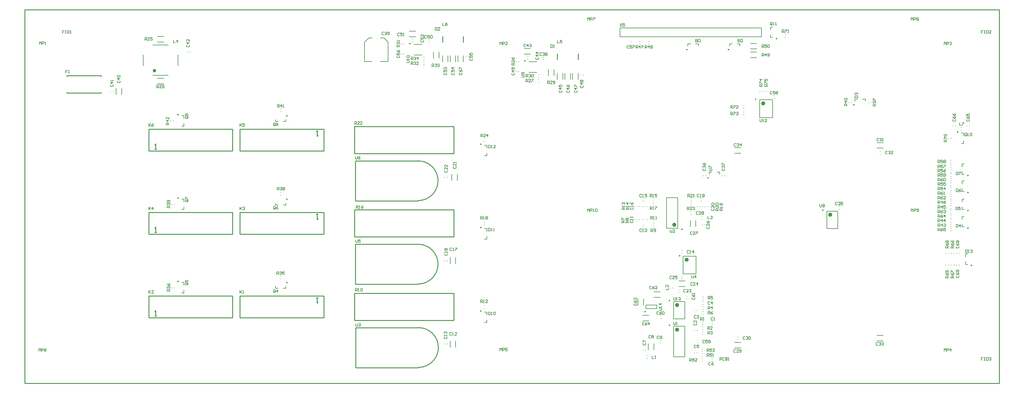
<source format=gto>
G04 Layer_Color=65535*
%FSLAX43Y43*%
%MOMM*%
G71*
G01*
G75*
%ADD29C,0.250*%
%ADD30C,0.200*%
%ADD31C,0.500*%
%ADD32C,0.150*%
%ADD37C,0.254*%
%ADD75C,0.600*%
%ADD76C,0.100*%
D29*
X188250Y36675D02*
G03*
X188250Y36675I-125J0D01*
G01*
X178325Y20625D02*
G03*
X178325Y20625I-125J0D01*
G01*
X268150Y72300D02*
G03*
X268150Y72300I-125J0D01*
G01*
X229400Y49780D02*
G03*
X229400Y49780I-125J0D01*
G01*
X210075Y81725D02*
G03*
X210075Y81725I-125J0D01*
G01*
X185300Y16685D02*
G03*
X185300Y16685I-125J0D01*
G01*
X185300Y23780D02*
G03*
X185300Y23780I-125J0D01*
G01*
X143800Y92775D02*
G03*
X143800Y92775I-125J0D01*
G01*
X216100Y99200D02*
G03*
X216100Y99200I-125J0D01*
G01*
X131150Y68800D02*
G03*
X131150Y68800I-125J0D01*
G01*
Y44800D02*
G03*
X131150Y44800I-125J0D01*
G01*
Y20800D02*
G03*
X131150Y20800I-125J0D01*
G01*
X110800Y97775D02*
G03*
X110800Y97775I-125J0D01*
G01*
X196455Y59095D02*
G03*
X196455Y59095I-125J0D01*
G01*
X188950Y44315D02*
G03*
X188950Y44315I-125J0D01*
G01*
X44150Y77300D02*
G03*
X44150Y77300I-125J0D01*
G01*
X75425Y76975D02*
G03*
X75425Y76975I-125J0D01*
G01*
X44150Y53300D02*
G03*
X44150Y53300I-125J0D01*
G01*
X75425Y52975D02*
G03*
X75425Y52975I-125J0D01*
G01*
X44150Y29300D02*
G03*
X44150Y29300I-125J0D01*
G01*
X75425Y28975D02*
G03*
X75425Y28975I-125J0D01*
G01*
X202325Y96025D02*
G03*
X202325Y96025I-125J0D01*
G01*
X190325D02*
G03*
X190325Y96025I-125J0D01*
G01*
X271100Y59800D02*
G03*
X271100Y59800I-125J0D01*
G01*
Y54900D02*
G03*
X271100Y54900I-125J0D01*
G01*
Y49700D02*
G03*
X271100Y49700I-125J0D01*
G01*
Y44700D02*
G03*
X271100Y44700I-125J0D01*
G01*
X238325Y80125D02*
G03*
X238325Y80125I-125J0D01*
G01*
X272100Y33900D02*
G03*
X272100Y33900I-125J0D01*
G01*
D30*
X34000Y91450D02*
Y94550D01*
X44000Y91450D02*
Y94550D01*
X36750Y88650D02*
X41250D01*
X36750Y97350D02*
X41250D01*
X189150Y31450D02*
X192850D01*
X189150Y36550D02*
X192850D01*
Y31450D02*
Y36550D01*
X189150Y31450D02*
Y36550D01*
X178450Y22500D02*
X181550D01*
X178450Y21500D02*
X181550D01*
Y22500D01*
X178450Y21500D02*
Y22500D01*
X269100Y72000D02*
X269700D01*
Y71200D02*
Y72000D01*
X269100Y69000D02*
X269700D01*
Y69800D01*
X230400Y44500D02*
Y49500D01*
X233600Y44500D02*
Y49500D01*
X230400D02*
X233600D01*
X230400Y44500D02*
X233600D01*
X211150Y76450D02*
Y81550D01*
X214850Y76450D02*
Y81550D01*
X211150D02*
X214850D01*
X211150Y76450D02*
X214850D01*
X102200Y99400D02*
X103150D01*
X104400Y98150D01*
X97600D02*
X98850Y99400D01*
X99800D01*
X104400Y92600D02*
Y98150D01*
X102200Y92600D02*
X104400D01*
X97600D02*
X99800D01*
X97600D02*
Y98150D01*
X170980Y102270D02*
X211620D01*
Y99730D02*
Y102270D01*
X170980Y99730D02*
X211620D01*
X170980D02*
Y102270D01*
X186400Y7625D02*
Y16375D01*
X189600Y7625D02*
Y16375D01*
X186400D02*
X189600D01*
X186400Y7625D02*
X189600D01*
X186400Y18500D02*
Y23500D01*
X189600Y18500D02*
Y23500D01*
X186400D02*
X189600D01*
X186400Y18500D02*
X189600D01*
X179100Y9600D02*
Y11400D01*
X180700Y9600D02*
Y11400D01*
X38100Y98200D02*
X39900D01*
X38100Y99800D02*
X39900D01*
X144850Y92550D02*
X147150D01*
X144850Y89450D02*
X147150D01*
X214300Y101700D02*
Y102500D01*
X214900D01*
X214300Y99500D02*
Y100300D01*
Y99500D02*
X214900D01*
X126000Y92500D02*
Y94300D01*
X124400Y92500D02*
Y94300D01*
X132700Y65500D02*
Y66300D01*
X132100Y65500D02*
X132700D01*
Y67700D02*
Y68500D01*
X132100D02*
X132700D01*
Y41500D02*
Y42300D01*
X132100Y41500D02*
X132700D01*
Y43700D02*
Y44500D01*
X132100D02*
X132700D01*
Y17500D02*
Y18300D01*
X132100Y17500D02*
X132700D01*
Y19700D02*
Y20500D01*
X132100D02*
X132700D01*
X177500Y17900D02*
X179300D01*
X177500Y19500D02*
X179300D01*
X177800Y22500D02*
Y24300D01*
X176200Y22500D02*
Y24300D01*
X180700Y26300D02*
X182500D01*
X180700Y24700D02*
X182500D01*
X111850Y94450D02*
X114150D01*
X111850Y97550D02*
X114150D01*
X198830Y60770D02*
X199630D01*
Y60170D02*
Y60770D01*
X196630D02*
X197430D01*
X196630Y60170D02*
Y60770D01*
X187600Y44625D02*
Y53375D01*
X184400Y44625D02*
Y53375D01*
Y44625D02*
X187600D01*
X184400Y53375D02*
X187600D01*
X208500Y96200D02*
X210300D01*
X208500Y97800D02*
X210300D01*
X208500Y93700D02*
X210300D01*
X208500Y95300D02*
X210300D01*
X119000Y93500D02*
Y95300D01*
X117400Y93500D02*
Y95300D01*
X152000Y88500D02*
Y90300D01*
X150400Y88500D02*
Y90300D01*
X38100Y86200D02*
X39900D01*
X38100Y87800D02*
X39900D01*
X45700Y74000D02*
Y74800D01*
X45100Y74000D02*
X45700D01*
Y76200D02*
Y77000D01*
X45100D02*
X45700D01*
X72000Y75300D02*
X72800D01*
X72000D02*
Y75900D01*
X74200Y75300D02*
X75000D01*
Y75900D01*
X45700Y50000D02*
Y50800D01*
X45100Y50000D02*
X45700D01*
Y52200D02*
Y53000D01*
X45100D02*
X45700D01*
X72000Y51300D02*
X72800D01*
X72000D02*
Y51900D01*
X74200Y51300D02*
X75000D01*
Y51900D01*
X45700Y26000D02*
Y26800D01*
X45100Y26000D02*
X45700D01*
Y28200D02*
Y29000D01*
X45100D02*
X45700D01*
X72000Y27300D02*
X72800D01*
X72000D02*
Y27900D01*
X74200Y27300D02*
X75000D01*
Y27900D01*
X204700Y97700D02*
X205500D01*
Y97100D02*
Y97700D01*
X202500D02*
X203300D01*
X202500Y97100D02*
Y97700D01*
X192700D02*
X193500D01*
Y97100D02*
Y97700D01*
X190500D02*
X191300D01*
X190500Y97100D02*
Y97700D01*
X269300Y62300D02*
Y63100D01*
X269900D01*
X269300Y60100D02*
Y60900D01*
Y60100D02*
X269900D01*
X269300Y57400D02*
Y58200D01*
X269900D01*
X269300Y55200D02*
Y56000D01*
Y55200D02*
X269900D01*
X269300Y52200D02*
Y53000D01*
X269900D01*
X269300Y50000D02*
Y50800D01*
Y50000D02*
X269900D01*
X269300Y47200D02*
Y48000D01*
X269900D01*
X269300Y45000D02*
Y45800D01*
Y45000D02*
X269900D01*
X240700Y81800D02*
X241500D01*
Y81200D02*
Y81800D01*
X238500D02*
X239300D01*
X238500Y81200D02*
Y81800D01*
X123800Y92500D02*
Y94300D01*
X122200Y92500D02*
Y94300D01*
X121600Y92500D02*
Y94300D01*
X120000Y92500D02*
Y94300D01*
X110500Y101300D02*
X112300D01*
X110500Y99700D02*
X112300D01*
X159000Y87400D02*
Y89200D01*
X157400Y87400D02*
Y89200D01*
X156800Y87400D02*
Y89200D01*
X155200Y87400D02*
Y89200D01*
X154600Y87400D02*
Y89200D01*
X153000Y87400D02*
Y89200D01*
X143500Y96300D02*
X145300D01*
X143500Y94700D02*
X145300D01*
X27800Y83100D02*
Y84900D01*
X26200Y83100D02*
Y84900D01*
X203930Y67770D02*
X205730D01*
X203930Y66170D02*
X205730D01*
X244830Y12170D02*
X246630D01*
X244830Y13770D02*
X246630D01*
X244830Y69270D02*
X246630D01*
X244830Y67670D02*
X246630D01*
X203930Y10170D02*
X205730D01*
X203930Y11770D02*
X205730D01*
X192800Y45100D02*
Y46900D01*
X191200Y45100D02*
Y46900D01*
X187900Y29400D02*
X189700D01*
X187900Y27800D02*
X189700D01*
X124300Y58400D02*
Y60200D01*
X122700Y58400D02*
Y60200D01*
X123800Y34400D02*
Y36200D01*
X122200Y34400D02*
Y36200D01*
X123800Y10400D02*
Y12200D01*
X122200Y10400D02*
Y12200D01*
X270300Y34200D02*
X270900D01*
X270300D02*
Y35000D01*
Y37200D02*
X270900D01*
X270300Y36400D02*
Y37200D01*
D31*
X37500Y89950D02*
G03*
X37500Y89950I-250J0D01*
G01*
D32*
X42700Y98800D02*
Y98000D01*
X43233D01*
X43900D02*
Y98800D01*
X43500Y98400D01*
X44033D01*
X191600Y31050D02*
Y30383D01*
X191733Y30250D01*
X192000D01*
X192133Y30383D01*
Y31050D01*
X192800Y30250D02*
Y31050D01*
X192400Y30650D01*
X192933D01*
X153023Y98708D02*
Y97908D01*
X153556D01*
X154356Y98708D02*
X153823D01*
Y98308D01*
X154089Y98441D01*
X154223D01*
X154356Y98308D01*
Y98041D01*
X154223Y97908D01*
X153956D01*
X153823Y98041D01*
X182200Y21000D02*
X182867D01*
X183000Y21133D01*
Y21400D01*
X182867Y21533D01*
X182200D01*
X183000Y21800D02*
Y22066D01*
Y21933D01*
X182200D01*
X182334Y21800D01*
X183000Y22866D02*
X182200D01*
X182600Y22466D01*
Y22999D01*
X270633Y71333D02*
Y71866D01*
X270500Y72000D01*
X270233D01*
X270100Y71866D01*
Y71333D01*
X270233Y71200D01*
X270500D01*
X270367Y71467D02*
X270633Y71200D01*
X270500D02*
X270633Y71333D01*
X270900Y71200D02*
X271166D01*
X271033D01*
Y72000D01*
X270900Y71866D01*
X271566D02*
X271699Y72000D01*
X271966D01*
X272099Y71866D01*
Y71333D01*
X271966Y71200D01*
X271699D01*
X271566Y71333D01*
Y71866D01*
X228421Y51493D02*
Y50827D01*
X228554Y50694D01*
X228821D01*
X228954Y50827D01*
Y51493D01*
X229221Y51360D02*
X229354Y51493D01*
X229620D01*
X229754Y51360D01*
Y51227D01*
X229620Y51093D01*
X229754Y50960D01*
Y50827D01*
X229620Y50694D01*
X229354D01*
X229221Y50827D01*
Y50960D01*
X229354Y51093D01*
X229221Y51227D01*
Y51360D01*
X229354Y51093D02*
X229620D01*
X151100Y97400D02*
Y96600D01*
X151500D01*
X151633Y96733D01*
Y97266D01*
X151500Y97400D01*
X151100D01*
X151900Y96600D02*
X152166D01*
X152033D01*
Y97400D01*
X151900Y97266D01*
X213400Y85400D02*
X212600D01*
Y85800D01*
X212734Y85933D01*
X213000D01*
X213133Y85800D01*
Y85400D01*
Y85667D02*
X213400Y85933D01*
X212600Y86200D02*
Y86733D01*
X212734D01*
X213267Y86200D01*
X213400D01*
X212600Y87533D02*
Y86999D01*
X213000D01*
X212867Y87266D01*
Y87399D01*
X213000Y87533D01*
X213267D01*
X213400Y87399D01*
Y87133D01*
X213267Y86999D01*
X211200Y76000D02*
Y75333D01*
X211333Y75200D01*
X211600D01*
X211733Y75333D01*
Y76000D01*
X212000Y75200D02*
X212266D01*
X212133D01*
Y76000D01*
X212000Y75866D01*
X213199Y75200D02*
X212666D01*
X213199Y75733D01*
Y75866D01*
X213066Y76000D01*
X212799D01*
X212666Y75866D01*
X12279Y90073D02*
X11746D01*
Y89673D01*
X12013D01*
X11746D01*
Y89274D01*
X12546D02*
X12813D01*
X12679D01*
Y90073D01*
X12546Y89940D01*
X95000Y26500D02*
Y27300D01*
X95400D01*
X95533Y27166D01*
Y26900D01*
X95400Y26767D01*
X95000D01*
X95267D02*
X95533Y26500D01*
X95800D02*
X96066D01*
X95933D01*
Y27300D01*
X95800Y27166D01*
X96466D02*
X96599Y27300D01*
X96866D01*
X96999Y27166D01*
Y26633D01*
X96866Y26500D01*
X96599D01*
X96466Y26633D01*
Y27166D01*
X268500Y75000D02*
Y74200D01*
X269033D01*
X269300Y75000D02*
X269833D01*
Y74866D01*
X269300Y74333D01*
Y74200D01*
X103133Y100966D02*
X103000Y101100D01*
X102733D01*
X102600Y100966D01*
Y100433D01*
X102733Y100300D01*
X103000D01*
X103133Y100433D01*
X103400Y100966D02*
X103533Y101100D01*
X103800D01*
X103933Y100966D01*
Y100833D01*
X103800Y100700D01*
X103666D01*
X103800D01*
X103933Y100567D01*
Y100433D01*
X103800Y100300D01*
X103533D01*
X103400Y100433D01*
X104199D02*
X104333Y100300D01*
X104599D01*
X104733Y100433D01*
Y100966D01*
X104599Y101100D01*
X104333D01*
X104199Y100966D01*
Y100833D01*
X104333Y100700D01*
X104733D01*
X171000Y103500D02*
X171533Y102700D01*
Y103500D02*
X171000Y102700D01*
X172333Y103500D02*
X171800D01*
Y103100D01*
X172066Y103233D01*
X172200D01*
X172333Y103100D01*
Y102833D01*
X172200Y102700D01*
X171933D01*
X171800Y102833D01*
X11333Y101500D02*
X10800D01*
Y101100D01*
X11067D01*
X10800D01*
Y100700D01*
X11600Y101500D02*
X11866D01*
X11733D01*
Y100700D01*
X11600D01*
X11866D01*
X12266Y101500D02*
Y100700D01*
X12666D01*
X12799Y100833D01*
Y101366D01*
X12666Y101500D01*
X12266D01*
X13066Y100700D02*
X13333D01*
X13199D01*
Y101500D01*
X13066Y101366D01*
X186400Y17600D02*
Y16933D01*
X186533Y16800D01*
X186800D01*
X186933Y16933D01*
Y17600D01*
X187200Y16800D02*
X187466D01*
X187333D01*
Y17600D01*
X187200Y17466D01*
X186400Y24700D02*
Y24033D01*
X186533Y23900D01*
X186800D01*
X186933Y24033D01*
Y24700D01*
X187200Y23900D02*
X187466D01*
X187333D01*
Y24700D01*
X187200Y24566D01*
X187866D02*
X187999Y24700D01*
X188266D01*
X188399Y24566D01*
Y24433D01*
X188266Y24300D01*
X188133D01*
X188266D01*
X188399Y24167D01*
Y24033D01*
X188266Y23900D01*
X187999D01*
X187866Y24033D01*
X179833Y13666D02*
X179700Y13800D01*
X179433D01*
X179300Y13666D01*
Y13133D01*
X179433Y13000D01*
X179700D01*
X179833Y13133D01*
X180100Y13666D02*
X180233Y13800D01*
X180500D01*
X180633Y13666D01*
Y13533D01*
X180500Y13400D01*
X180633Y13267D01*
Y13133D01*
X180500Y13000D01*
X180233D01*
X180100Y13133D01*
Y13267D01*
X180233Y13400D01*
X180100Y13533D01*
Y13666D01*
X180233Y13400D02*
X180500D01*
X266734Y75933D02*
X266600Y75800D01*
Y75533D01*
X266734Y75400D01*
X267267D01*
X267400Y75533D01*
Y75800D01*
X267267Y75933D01*
X266600Y76733D02*
X266734Y76466D01*
X267000Y76200D01*
X267267D01*
X267400Y76333D01*
Y76600D01*
X267267Y76733D01*
X267133D01*
X267000Y76600D01*
Y76200D01*
X266600Y77533D02*
X266734Y77266D01*
X267000Y76999D01*
X267267D01*
X267400Y77133D01*
Y77399D01*
X267267Y77533D01*
X267133D01*
X267000Y77399D01*
Y76999D01*
X95100Y17200D02*
Y16533D01*
X95233Y16400D01*
X95500D01*
X95633Y16533D01*
Y17200D01*
X95900Y17066D02*
X96033Y17200D01*
X96300D01*
X96433Y17066D01*
Y16933D01*
X96300Y16800D01*
X96166D01*
X96300D01*
X96433Y16667D01*
Y16533D01*
X96300Y16400D01*
X96033D01*
X95900Y16533D01*
X4000Y9200D02*
Y10000D01*
X4267Y9733D01*
X4533Y10000D01*
Y9200D01*
X4800D02*
Y10000D01*
X5200D01*
X5333Y9866D01*
Y9600D01*
X5200Y9467D01*
X4800D01*
X6133Y10000D02*
X5866Y9866D01*
X5599Y9600D01*
Y9333D01*
X5733Y9200D01*
X5999D01*
X6133Y9333D01*
Y9467D01*
X5999Y9600D01*
X5599D01*
X161657Y49421D02*
Y50221D01*
X161924Y49954D01*
X162190Y50221D01*
Y49421D01*
X162457D02*
Y50221D01*
X162857D01*
X162990Y50087D01*
Y49821D01*
X162857Y49688D01*
X162457D01*
X163256Y49421D02*
X163523D01*
X163390D01*
Y50221D01*
X163256Y50087D01*
X163923D02*
X164056Y50221D01*
X164323D01*
X164456Y50087D01*
Y49554D01*
X164323Y49421D01*
X164056D01*
X163923Y49554D01*
Y50087D01*
X34500Y98700D02*
Y99500D01*
X34900D01*
X35033Y99367D01*
Y99100D01*
X34900Y98967D01*
X34500D01*
X34767D02*
X35033Y98700D01*
X35833D02*
X35300D01*
X35833Y99233D01*
Y99367D01*
X35700Y99500D01*
X35433D01*
X35300Y99367D01*
X36633Y99500D02*
X36100D01*
Y99100D01*
X36366Y99233D01*
X36499D01*
X36633Y99100D01*
Y98833D01*
X36499Y98700D01*
X36233D01*
X36100Y98833D01*
X142700Y88100D02*
X143367D01*
X143500Y88233D01*
Y88500D01*
X143367Y88633D01*
X142700D01*
X143367Y88900D02*
X143500Y89033D01*
Y89300D01*
X143367Y89433D01*
X142834D01*
X142700Y89300D01*
Y89033D01*
X142834Y88900D01*
X142967D01*
X143100Y89033D01*
Y89433D01*
X61814Y26703D02*
Y25903D01*
Y26169D01*
X62347Y26703D01*
X61947Y26303D01*
X62347Y25903D01*
X62614D02*
X62880D01*
X62747D01*
Y26703D01*
X62614Y26569D01*
X217600Y100900D02*
Y101700D01*
X218000D01*
X218133Y101566D01*
Y101300D01*
X218000Y101167D01*
X217600D01*
X217867D02*
X218133Y100900D01*
X218400Y101700D02*
X218933D01*
Y101566D01*
X218400Y101033D01*
Y100900D01*
X219199D02*
X219466D01*
X219333D01*
Y101700D01*
X219199Y101566D01*
X214733Y103233D02*
Y103766D01*
X214600Y103900D01*
X214333D01*
X214200Y103766D01*
Y103233D01*
X214333Y103100D01*
X214600D01*
X214467Y103367D02*
X214733Y103100D01*
X214600D02*
X214733Y103233D01*
X215000Y103100D02*
X215266D01*
X215133D01*
Y103900D01*
X215000Y103766D01*
X215666Y103100D02*
X215933D01*
X215799D01*
Y103900D01*
X215666Y103766D01*
X267734Y30933D02*
X267600Y30800D01*
Y30533D01*
X267734Y30400D01*
X268267D01*
X268400Y30533D01*
Y30800D01*
X268267Y30933D01*
X267600Y31733D02*
X267734Y31466D01*
X268000Y31200D01*
X268267D01*
X268400Y31333D01*
Y31600D01*
X268267Y31733D01*
X268133D01*
X268000Y31600D01*
Y31200D01*
X268267Y31999D02*
X268400Y32133D01*
Y32399D01*
X268267Y32533D01*
X267734D01*
X267600Y32399D01*
Y32133D01*
X267734Y31999D01*
X267867D01*
X268000Y32133D01*
Y32533D01*
X267734Y39433D02*
X267600Y39300D01*
Y39033D01*
X267734Y38900D01*
X268267D01*
X268400Y39033D01*
Y39300D01*
X268267Y39433D01*
X267600Y40233D02*
X267734Y39966D01*
X268000Y39700D01*
X268267D01*
X268400Y39833D01*
Y40100D01*
X268267Y40233D01*
X268133D01*
X268000Y40100D01*
Y39700D01*
X267734Y40499D02*
X267600Y40633D01*
Y40899D01*
X267734Y41033D01*
X267867D01*
X268000Y40899D01*
X268133Y41033D01*
X268267D01*
X268400Y40899D01*
Y40633D01*
X268267Y40499D01*
X268133D01*
X268000Y40633D01*
X267867Y40499D01*
X267734D01*
X268000Y40633D02*
Y40899D01*
X124934Y89333D02*
X124800Y89200D01*
Y88933D01*
X124934Y88800D01*
X125467D01*
X125600Y88933D01*
Y89200D01*
X125467Y89333D01*
X124800Y90133D02*
X124934Y89866D01*
X125200Y89600D01*
X125467D01*
X125600Y89733D01*
Y90000D01*
X125467Y90133D01*
X125333D01*
X125200Y90000D01*
Y89600D01*
X124800Y90399D02*
Y90933D01*
X124934D01*
X125467Y90399D01*
X125600D01*
X262400Y43800D02*
Y44600D01*
X262800D01*
X262933Y44466D01*
Y44200D01*
X262800Y44067D01*
X262400D01*
X262667D02*
X262933Y43800D01*
X263733Y44600D02*
X263466Y44466D01*
X263200Y44200D01*
Y43933D01*
X263333Y43800D01*
X263600D01*
X263733Y43933D01*
Y44067D01*
X263600Y44200D01*
X263200D01*
X264533Y44600D02*
X263999D01*
Y44200D01*
X264266Y44333D01*
X264399D01*
X264533Y44200D01*
Y43933D01*
X264399Y43800D01*
X264133D01*
X263999Y43933D01*
X262400Y47700D02*
Y48500D01*
X262800D01*
X262933Y48366D01*
Y48100D01*
X262800Y47967D01*
X262400D01*
X262667D02*
X262933Y47700D01*
X263733Y48500D02*
X263466Y48366D01*
X263200Y48100D01*
Y47833D01*
X263333Y47700D01*
X263600D01*
X263733Y47833D01*
Y47967D01*
X263600Y48100D01*
X263200D01*
X264399Y47700D02*
Y48500D01*
X263999Y48100D01*
X264533D01*
X262400Y49000D02*
Y49800D01*
X262800D01*
X262933Y49666D01*
Y49400D01*
X262800Y49267D01*
X262400D01*
X262667D02*
X262933Y49000D01*
X263733Y49800D02*
X263466Y49666D01*
X263200Y49400D01*
Y49133D01*
X263333Y49000D01*
X263600D01*
X263733Y49133D01*
Y49267D01*
X263600Y49400D01*
X263200D01*
X263999Y49666D02*
X264133Y49800D01*
X264399D01*
X264533Y49666D01*
Y49533D01*
X264399Y49400D01*
X264266D01*
X264399D01*
X264533Y49267D01*
Y49133D01*
X264399Y49000D01*
X264133D01*
X263999Y49133D01*
X262400Y53000D02*
Y53800D01*
X262800D01*
X262933Y53666D01*
Y53400D01*
X262800Y53267D01*
X262400D01*
X262667D02*
X262933Y53000D01*
X263733Y53800D02*
X263466Y53666D01*
X263200Y53400D01*
Y53133D01*
X263333Y53000D01*
X263600D01*
X263733Y53133D01*
Y53267D01*
X263600Y53400D01*
X263200D01*
X264533Y53000D02*
X263999D01*
X264533Y53533D01*
Y53666D01*
X264399Y53800D01*
X264133D01*
X263999Y53666D01*
X262400Y54300D02*
Y55100D01*
X262800D01*
X262933Y54966D01*
Y54700D01*
X262800Y54567D01*
X262400D01*
X262667D02*
X262933Y54300D01*
X263733Y55100D02*
X263466Y54966D01*
X263200Y54700D01*
Y54433D01*
X263333Y54300D01*
X263600D01*
X263733Y54433D01*
Y54567D01*
X263600Y54700D01*
X263200D01*
X263999Y54300D02*
X264266D01*
X264133D01*
Y55100D01*
X263999Y54966D01*
X262400Y58200D02*
Y59000D01*
X262800D01*
X262933Y58866D01*
Y58600D01*
X262800Y58467D01*
X262400D01*
X262667D02*
X262933Y58200D01*
X263733Y59000D02*
X263466Y58866D01*
X263200Y58600D01*
Y58333D01*
X263333Y58200D01*
X263600D01*
X263733Y58333D01*
Y58467D01*
X263600Y58600D01*
X263200D01*
X263999Y58866D02*
X264133Y59000D01*
X264399D01*
X264533Y58866D01*
Y58333D01*
X264399Y58200D01*
X264133D01*
X263999Y58333D01*
Y58866D01*
X262400Y59500D02*
Y60300D01*
X262800D01*
X262933Y60166D01*
Y59900D01*
X262800Y59767D01*
X262400D01*
X262667D02*
X262933Y59500D01*
X263733Y60300D02*
X263200D01*
Y59900D01*
X263466Y60033D01*
X263600D01*
X263733Y59900D01*
Y59633D01*
X263600Y59500D01*
X263333D01*
X263200Y59633D01*
X263999D02*
X264133Y59500D01*
X264399D01*
X264533Y59633D01*
Y60166D01*
X264399Y60300D01*
X264133D01*
X263999Y60166D01*
Y60033D01*
X264133Y59900D01*
X264533D01*
X262400Y63400D02*
Y64200D01*
X262800D01*
X262933Y64066D01*
Y63800D01*
X262800Y63667D01*
X262400D01*
X262667D02*
X262933Y63400D01*
X263733Y64200D02*
X263200D01*
Y63800D01*
X263466Y63933D01*
X263600D01*
X263733Y63800D01*
Y63533D01*
X263600Y63400D01*
X263333D01*
X263200Y63533D01*
X263999Y64066D02*
X264133Y64200D01*
X264399D01*
X264533Y64066D01*
Y63933D01*
X264399Y63800D01*
X264533Y63667D01*
Y63533D01*
X264399Y63400D01*
X264133D01*
X263999Y63533D01*
Y63667D01*
X264133Y63800D01*
X263999Y63933D01*
Y64066D01*
X264133Y63800D02*
X264399D01*
X262400Y62000D02*
Y62800D01*
X262800D01*
X262933Y62666D01*
Y62400D01*
X262800Y62267D01*
X262400D01*
X262667D02*
X262933Y62000D01*
X263733Y62800D02*
X263200D01*
Y62400D01*
X263466Y62533D01*
X263600D01*
X263733Y62400D01*
Y62133D01*
X263600Y62000D01*
X263333D01*
X263200Y62133D01*
X263999Y62800D02*
X264533D01*
Y62666D01*
X263999Y62133D01*
Y62000D01*
X262400Y60800D02*
Y61600D01*
X262800D01*
X262933Y61466D01*
Y61200D01*
X262800Y61067D01*
X262400D01*
X262667D02*
X262933Y60800D01*
X263733Y61600D02*
X263200D01*
Y61200D01*
X263466Y61333D01*
X263600D01*
X263733Y61200D01*
Y60933D01*
X263600Y60800D01*
X263333D01*
X263200Y60933D01*
X264533Y61600D02*
X264266Y61466D01*
X263999Y61200D01*
Y60933D01*
X264133Y60800D01*
X264399D01*
X264533Y60933D01*
Y61067D01*
X264399Y61200D01*
X263999D01*
X262400Y56900D02*
Y57700D01*
X262800D01*
X262933Y57566D01*
Y57300D01*
X262800Y57167D01*
X262400D01*
X262667D02*
X262933Y56900D01*
X263733Y57700D02*
X263200D01*
Y57300D01*
X263466Y57433D01*
X263600D01*
X263733Y57300D01*
Y57033D01*
X263600Y56900D01*
X263333D01*
X263200Y57033D01*
X264533Y57700D02*
X263999D01*
Y57300D01*
X264266Y57433D01*
X264399D01*
X264533Y57300D01*
Y57033D01*
X264399Y56900D01*
X264133D01*
X263999Y57033D01*
X262400Y55600D02*
Y56400D01*
X262800D01*
X262933Y56266D01*
Y56000D01*
X262800Y55867D01*
X262400D01*
X262667D02*
X262933Y55600D01*
X263733Y56400D02*
X263200D01*
Y56000D01*
X263466Y56133D01*
X263600D01*
X263733Y56000D01*
Y55733D01*
X263600Y55600D01*
X263333D01*
X263200Y55733D01*
X264399Y55600D02*
Y56400D01*
X263999Y56000D01*
X264533D01*
X196000Y9100D02*
Y9900D01*
X196400D01*
X196533Y9766D01*
Y9500D01*
X196400Y9367D01*
X196000D01*
X196267D02*
X196533Y9100D01*
X197333Y9900D02*
X196800D01*
Y9500D01*
X197066Y9633D01*
X197200D01*
X197333Y9500D01*
Y9233D01*
X197200Y9100D01*
X196933D01*
X196800Y9233D01*
X197599Y9766D02*
X197733Y9900D01*
X197999D01*
X198133Y9766D01*
Y9633D01*
X197999Y9500D01*
X197866D01*
X197999D01*
X198133Y9367D01*
Y9233D01*
X197999Y9100D01*
X197733D01*
X197599Y9233D01*
X191000Y6300D02*
Y7100D01*
X191400D01*
X191533Y6966D01*
Y6700D01*
X191400Y6567D01*
X191000D01*
X191267D02*
X191533Y6300D01*
X192333Y7100D02*
X191800D01*
Y6700D01*
X192066Y6833D01*
X192200D01*
X192333Y6700D01*
Y6433D01*
X192200Y6300D01*
X191933D01*
X191800Y6433D01*
X193133Y6300D02*
X192599D01*
X193133Y6833D01*
Y6966D01*
X192999Y7100D01*
X192733D01*
X192599Y6966D01*
X196000Y7700D02*
Y8500D01*
X196400D01*
X196533Y8366D01*
Y8100D01*
X196400Y7967D01*
X196000D01*
X196267D02*
X196533Y7700D01*
X197333Y8500D02*
X196800D01*
Y8100D01*
X197066Y8233D01*
X197200D01*
X197333Y8100D01*
Y7833D01*
X197200Y7700D01*
X196933D01*
X196800Y7833D01*
X197599Y7700D02*
X197866D01*
X197733D01*
Y8500D01*
X197599Y8366D01*
X133200Y68500D02*
Y67700D01*
X133600D01*
X133733Y67833D01*
Y68366D01*
X133600Y68500D01*
X133200D01*
X134000Y67700D02*
X134266D01*
X134133D01*
Y68500D01*
X134000Y68366D01*
X135199Y67700D02*
X134666D01*
X135199Y68233D01*
Y68366D01*
X135066Y68500D01*
X134799D01*
X134666Y68366D01*
X133200Y44600D02*
Y43800D01*
X133600D01*
X133733Y43933D01*
Y44466D01*
X133600Y44600D01*
X133200D01*
X134000Y43800D02*
X134266D01*
X134133D01*
Y44600D01*
X134000Y44466D01*
X134666Y43800D02*
X134933D01*
X134799D01*
Y44600D01*
X134666Y44466D01*
X133200Y20500D02*
Y19700D01*
X133600D01*
X133733Y19833D01*
Y20366D01*
X133600Y20500D01*
X133200D01*
X134000Y19700D02*
X134266D01*
X134133D01*
Y20500D01*
X134000Y20366D01*
X134666D02*
X134799Y20500D01*
X135066D01*
X135199Y20366D01*
Y19833D01*
X135066Y19700D01*
X134799D01*
X134666Y19833D01*
Y20366D01*
X177933Y17366D02*
X177800Y17500D01*
X177533D01*
X177400Y17366D01*
Y16833D01*
X177533Y16700D01*
X177800D01*
X177933Y16833D01*
X178733Y17500D02*
X178466Y17366D01*
X178200Y17100D01*
Y16833D01*
X178333Y16700D01*
X178600D01*
X178733Y16833D01*
Y16967D01*
X178600Y17100D01*
X178200D01*
X179399Y16700D02*
Y17500D01*
X178999Y17100D01*
X179533D01*
X175134Y22933D02*
X175000Y22800D01*
Y22533D01*
X175134Y22400D01*
X175667D01*
X175800Y22533D01*
Y22800D01*
X175667Y22933D01*
X175000Y23733D02*
X175134Y23466D01*
X175400Y23200D01*
X175667D01*
X175800Y23333D01*
Y23600D01*
X175667Y23733D01*
X175533D01*
X175400Y23600D01*
Y23200D01*
X175134Y23999D02*
X175000Y24133D01*
Y24399D01*
X175134Y24533D01*
X175267D01*
X175400Y24399D01*
Y24266D01*
Y24399D01*
X175533Y24533D01*
X175667D01*
X175800Y24399D01*
Y24133D01*
X175667Y23999D01*
X180086Y27785D02*
X179953Y27918D01*
X179686D01*
X179553Y27785D01*
Y27252D01*
X179686Y27118D01*
X179953D01*
X180086Y27252D01*
X180886Y27918D02*
X180619Y27785D01*
X180353Y27518D01*
Y27252D01*
X180486Y27118D01*
X180752D01*
X180886Y27252D01*
Y27385D01*
X180752Y27518D01*
X180353D01*
X181685Y27118D02*
X181152D01*
X181685Y27652D01*
Y27785D01*
X181552Y27918D01*
X181286D01*
X181152Y27785D01*
X191834Y24633D02*
X191700Y24500D01*
Y24233D01*
X191834Y24100D01*
X192367D01*
X192500Y24233D01*
Y24500D01*
X192367Y24633D01*
X191700Y25433D02*
X191834Y25166D01*
X192100Y24900D01*
X192367D01*
X192500Y25033D01*
Y25300D01*
X192367Y25433D01*
X192233D01*
X192100Y25300D01*
Y24900D01*
X192500Y25699D02*
Y25966D01*
Y25833D01*
X191700D01*
X191834Y25699D01*
X182133Y20466D02*
X182000Y20600D01*
X181733D01*
X181600Y20466D01*
Y19933D01*
X181733Y19800D01*
X182000D01*
X182133Y19933D01*
X182933Y20600D02*
X182666Y20466D01*
X182400Y20200D01*
Y19933D01*
X182533Y19800D01*
X182800D01*
X182933Y19933D01*
Y20067D01*
X182800Y20200D01*
X182400D01*
X183199Y20466D02*
X183333Y20600D01*
X183599D01*
X183733Y20466D01*
Y19933D01*
X183599Y19800D01*
X183333D01*
X183199Y19933D01*
Y20466D01*
X195333Y12266D02*
X195200Y12400D01*
X194933D01*
X194800Y12266D01*
Y11733D01*
X194933Y11600D01*
X195200D01*
X195333Y11733D01*
X196133Y12400D02*
X195600D01*
Y12000D01*
X195866Y12133D01*
X196000D01*
X196133Y12000D01*
Y11733D01*
X196000Y11600D01*
X195733D01*
X195600Y11733D01*
X196399D02*
X196533Y11600D01*
X196799D01*
X196933Y11733D01*
Y12266D01*
X196799Y12400D01*
X196533D01*
X196399Y12266D01*
Y12133D01*
X196533Y12000D01*
X196933D01*
X109700Y92300D02*
X110367D01*
X110500Y92433D01*
Y92700D01*
X110367Y92833D01*
X109700D01*
X110500Y93100D02*
Y93366D01*
Y93233D01*
X109700D01*
X109834Y93100D01*
Y93766D02*
X109700Y93899D01*
Y94166D01*
X109834Y94299D01*
X110367D01*
X110500Y94166D01*
Y93899D01*
X110367Y93766D01*
X109834D01*
X196600Y61200D02*
X197267D01*
X197400Y61333D01*
Y61600D01*
X197267Y61733D01*
X196600D01*
Y62000D02*
Y62533D01*
X196734D01*
X197267Y62000D01*
X197400D01*
X95000Y65300D02*
Y64633D01*
X95133Y64500D01*
X95400D01*
X95533Y64633D01*
Y65300D01*
X96333D02*
X96066Y65166D01*
X95800Y64900D01*
Y64633D01*
X95933Y64500D01*
X96200D01*
X96333Y64633D01*
Y64767D01*
X96200Y64900D01*
X95800D01*
X95100Y41300D02*
Y40633D01*
X95233Y40500D01*
X95500D01*
X95633Y40633D01*
Y41300D01*
X96433D02*
X95900D01*
Y40900D01*
X96166Y41033D01*
X96300D01*
X96433Y40900D01*
Y40633D01*
X96300Y40500D01*
X96033D01*
X95900Y40633D01*
X185400Y44200D02*
Y43533D01*
X185533Y43400D01*
X185800D01*
X185933Y43533D01*
Y44200D01*
X186733Y43400D02*
X186200D01*
X186733Y43933D01*
Y44066D01*
X186600Y44200D01*
X186333D01*
X186200Y44066D01*
X211800Y96600D02*
Y97400D01*
X212200D01*
X212333Y97266D01*
Y97000D01*
X212200Y96867D01*
X211800D01*
X212067D02*
X212333Y96600D01*
X213133Y97400D02*
X212600D01*
Y97000D01*
X212866Y97133D01*
X213000D01*
X213133Y97000D01*
Y96733D01*
X213000Y96600D01*
X212733D01*
X212600Y96733D01*
X213399Y97266D02*
X213533Y97400D01*
X213799D01*
X213933Y97266D01*
Y96733D01*
X213799Y96600D01*
X213533D01*
X213399Y96733D01*
Y97266D01*
X211800Y94100D02*
Y94900D01*
X212200D01*
X212333Y94766D01*
Y94500D01*
X212200Y94367D01*
X211800D01*
X212067D02*
X212333Y94100D01*
X213000D02*
Y94900D01*
X212600Y94500D01*
X213133D01*
X213399Y94233D02*
X213533Y94100D01*
X213799D01*
X213933Y94233D01*
Y94766D01*
X213799Y94900D01*
X213533D01*
X213399Y94766D01*
Y94633D01*
X213533Y94500D01*
X213933D01*
X178200Y96400D02*
Y97200D01*
X178600D01*
X178733Y97066D01*
Y96800D01*
X178600Y96667D01*
X178200D01*
X178467D02*
X178733Y96400D01*
X179400D02*
Y97200D01*
X179000Y96800D01*
X179533D01*
X179799Y97066D02*
X179933Y97200D01*
X180199D01*
X180333Y97066D01*
Y96933D01*
X180199Y96800D01*
X180333Y96667D01*
Y96533D01*
X180199Y96400D01*
X179933D01*
X179799Y96533D01*
Y96667D01*
X179933Y96800D01*
X179799Y96933D01*
Y97066D01*
X179933Y96800D02*
X180199D01*
X175600Y96400D02*
Y97200D01*
X176000D01*
X176133Y97066D01*
Y96800D01*
X176000Y96667D01*
X175600D01*
X175867D02*
X176133Y96400D01*
X176800D02*
Y97200D01*
X176400Y96800D01*
X176933D01*
X177199Y97200D02*
X177733D01*
Y97066D01*
X177199Y96533D01*
Y96400D01*
X262400Y51700D02*
Y52500D01*
X262800D01*
X262933Y52366D01*
Y52100D01*
X262800Y51967D01*
X262400D01*
X262667D02*
X262933Y51700D01*
X263600D02*
Y52500D01*
X263200Y52100D01*
X263733D01*
X264533Y52500D02*
X264266Y52366D01*
X263999Y52100D01*
Y51833D01*
X264133Y51700D01*
X264399D01*
X264533Y51833D01*
Y51967D01*
X264399Y52100D01*
X263999D01*
X262400Y50300D02*
Y51100D01*
X262800D01*
X262933Y50966D01*
Y50700D01*
X262800Y50567D01*
X262400D01*
X262667D02*
X262933Y50300D01*
X263600D02*
Y51100D01*
X263200Y50700D01*
X263733D01*
X264533Y51100D02*
X263999D01*
Y50700D01*
X264266Y50833D01*
X264399D01*
X264533Y50700D01*
Y50433D01*
X264399Y50300D01*
X264133D01*
X263999Y50433D01*
X262400Y46400D02*
Y47200D01*
X262800D01*
X262933Y47066D01*
Y46800D01*
X262800Y46667D01*
X262400D01*
X262667D02*
X262933Y46400D01*
X263600D02*
Y47200D01*
X263200Y46800D01*
X263733D01*
X264399Y46400D02*
Y47200D01*
X263999Y46800D01*
X264533D01*
X262400Y45100D02*
Y45900D01*
X262800D01*
X262933Y45766D01*
Y45500D01*
X262800Y45367D01*
X262400D01*
X262667D02*
X262933Y45100D01*
X263600D02*
Y45900D01*
X263200Y45500D01*
X263733D01*
X263999Y45766D02*
X264133Y45900D01*
X264399D01*
X264533Y45766D01*
Y45633D01*
X264399Y45500D01*
X264266D01*
X264399D01*
X264533Y45367D01*
Y45233D01*
X264399Y45100D01*
X264133D01*
X263999Y45233D01*
X41400Y74400D02*
X40600D01*
Y74800D01*
X40734Y74933D01*
X41000D01*
X41133Y74800D01*
Y74400D01*
Y74667D02*
X41400Y74933D01*
Y75600D02*
X40600D01*
X41000Y75200D01*
Y75733D01*
X41400Y76533D02*
Y75999D01*
X40867Y76533D01*
X40734D01*
X40600Y76399D01*
Y76133D01*
X40734Y75999D01*
X72600Y79400D02*
Y80200D01*
X73000D01*
X73133Y80066D01*
Y79800D01*
X73000Y79667D01*
X72600D01*
X72867D02*
X73133Y79400D01*
X73800D02*
Y80200D01*
X73400Y79800D01*
X73933D01*
X74199Y79400D02*
X74466D01*
X74333D01*
Y80200D01*
X74199Y80066D01*
X236300Y79900D02*
X235500D01*
Y80300D01*
X235634Y80433D01*
X235900D01*
X236034Y80300D01*
Y79900D01*
Y80167D02*
X236300Y80433D01*
Y81100D02*
X235500D01*
X235900Y80700D01*
Y81233D01*
X235634Y81499D02*
X235500Y81633D01*
Y81899D01*
X235634Y82033D01*
X236167D01*
X236300Y81899D01*
Y81633D01*
X236167Y81499D01*
X235634D01*
X41700Y50500D02*
X40900D01*
Y50900D01*
X41034Y51033D01*
X41300D01*
X41433Y50900D01*
Y50500D01*
Y50767D02*
X41700Y51033D01*
X41034Y51300D02*
X40900Y51433D01*
Y51700D01*
X41034Y51833D01*
X41167D01*
X41300Y51700D01*
Y51566D01*
Y51700D01*
X41433Y51833D01*
X41567D01*
X41700Y51700D01*
Y51433D01*
X41567Y51300D01*
Y52099D02*
X41700Y52233D01*
Y52499D01*
X41567Y52633D01*
X41034D01*
X40900Y52499D01*
Y52233D01*
X41034Y52099D01*
X41167D01*
X41300Y52233D01*
Y52633D01*
X72500Y55600D02*
Y56400D01*
X72900D01*
X73033Y56266D01*
Y56000D01*
X72900Y55867D01*
X72500D01*
X72767D02*
X73033Y55600D01*
X73300Y56266D02*
X73433Y56400D01*
X73700D01*
X73833Y56266D01*
Y56133D01*
X73700Y56000D01*
X73566D01*
X73700D01*
X73833Y55867D01*
Y55733D01*
X73700Y55600D01*
X73433D01*
X73300Y55733D01*
X74099Y56266D02*
X74233Y56400D01*
X74499D01*
X74633Y56266D01*
Y56133D01*
X74499Y56000D01*
X74633Y55867D01*
Y55733D01*
X74499Y55600D01*
X74233D01*
X74099Y55733D01*
Y55867D01*
X74233Y56000D01*
X74099Y56133D01*
Y56266D01*
X74233Y56000D02*
X74499D01*
X244500Y79800D02*
X243700D01*
Y80200D01*
X243834Y80333D01*
X244100D01*
X244234Y80200D01*
Y79800D01*
Y80067D02*
X244500Y80333D01*
X243834Y80600D02*
X243700Y80733D01*
Y81000D01*
X243834Y81133D01*
X243967D01*
X244100Y81000D01*
Y80866D01*
Y81000D01*
X244234Y81133D01*
X244367D01*
X244500Y81000D01*
Y80733D01*
X244367Y80600D01*
X243700Y81399D02*
Y81933D01*
X243834D01*
X244367Y81399D01*
X244500D01*
X41700Y26500D02*
X40900D01*
Y26900D01*
X41034Y27033D01*
X41300D01*
X41433Y26900D01*
Y26500D01*
Y26767D02*
X41700Y27033D01*
X41034Y27300D02*
X40900Y27433D01*
Y27700D01*
X41034Y27833D01*
X41167D01*
X41300Y27700D01*
Y27566D01*
Y27700D01*
X41433Y27833D01*
X41567D01*
X41700Y27700D01*
Y27433D01*
X41567Y27300D01*
X40900Y28633D02*
X41034Y28366D01*
X41300Y28099D01*
X41567D01*
X41700Y28233D01*
Y28499D01*
X41567Y28633D01*
X41433D01*
X41300Y28499D01*
Y28099D01*
X72400Y31300D02*
Y32100D01*
X72800D01*
X72933Y31966D01*
Y31700D01*
X72800Y31567D01*
X72400D01*
X72667D02*
X72933Y31300D01*
X73200Y31966D02*
X73333Y32100D01*
X73600D01*
X73733Y31966D01*
Y31833D01*
X73600Y31700D01*
X73466D01*
X73600D01*
X73733Y31567D01*
Y31433D01*
X73600Y31300D01*
X73333D01*
X73200Y31433D01*
X74533Y32100D02*
X73999D01*
Y31700D01*
X74266Y31833D01*
X74399D01*
X74533Y31700D01*
Y31433D01*
X74399Y31300D01*
X74133D01*
X73999Y31433D01*
X111000Y93100D02*
Y93900D01*
X111400D01*
X111533Y93766D01*
Y93500D01*
X111400Y93367D01*
X111000D01*
X111267D02*
X111533Y93100D01*
X111800Y93766D02*
X111933Y93900D01*
X112200D01*
X112333Y93766D01*
Y93633D01*
X112200Y93500D01*
X112066D01*
X112200D01*
X112333Y93367D01*
Y93233D01*
X112200Y93100D01*
X111933D01*
X111800Y93233D01*
X112999Y93100D02*
Y93900D01*
X112599Y93500D01*
X113133D01*
X117000Y91100D02*
Y91900D01*
X117400D01*
X117533Y91766D01*
Y91500D01*
X117400Y91367D01*
X117000D01*
X117267D02*
X117533Y91100D01*
X117800Y91766D02*
X117933Y91900D01*
X118200D01*
X118333Y91766D01*
Y91633D01*
X118200Y91500D01*
X118066D01*
X118200D01*
X118333Y91367D01*
Y91233D01*
X118200Y91100D01*
X117933D01*
X117800Y91233D01*
X118599Y91766D02*
X118733Y91900D01*
X118999D01*
X119133Y91766D01*
Y91633D01*
X118999Y91500D01*
X118866D01*
X118999D01*
X119133Y91367D01*
Y91233D01*
X118999Y91100D01*
X118733D01*
X118599Y91233D01*
X111000Y91700D02*
Y92500D01*
X111400D01*
X111533Y92366D01*
Y92100D01*
X111400Y91967D01*
X111000D01*
X111267D02*
X111533Y91700D01*
X111800Y92366D02*
X111933Y92500D01*
X112200D01*
X112333Y92366D01*
Y92233D01*
X112200Y92100D01*
X112066D01*
X112200D01*
X112333Y91967D01*
Y91833D01*
X112200Y91700D01*
X111933D01*
X111800Y91833D01*
X113133Y91700D02*
X112599D01*
X113133Y92233D01*
Y92366D01*
X112999Y92500D01*
X112733D01*
X112599Y92366D01*
X107700Y96800D02*
X106900D01*
Y97200D01*
X107034Y97333D01*
X107300D01*
X107433Y97200D01*
Y96800D01*
Y97067D02*
X107700Y97333D01*
X107034Y97600D02*
X106900Y97733D01*
Y98000D01*
X107034Y98133D01*
X107167D01*
X107300Y98000D01*
Y97866D01*
Y98000D01*
X107433Y98133D01*
X107567D01*
X107700Y98000D01*
Y97733D01*
X107567Y97600D01*
X107700Y98399D02*
Y98666D01*
Y98533D01*
X106900D01*
X107034Y98399D01*
X144000Y88100D02*
Y88900D01*
X144400D01*
X144533Y88766D01*
Y88500D01*
X144400Y88367D01*
X144000D01*
X144267D02*
X144533Y88100D01*
X144800Y88766D02*
X144933Y88900D01*
X145200D01*
X145333Y88766D01*
Y88633D01*
X145200Y88500D01*
X145066D01*
X145200D01*
X145333Y88367D01*
Y88233D01*
X145200Y88100D01*
X144933D01*
X144800Y88233D01*
X145599Y88766D02*
X145733Y88900D01*
X145999D01*
X146133Y88766D01*
Y88233D01*
X145999Y88100D01*
X145733D01*
X145599Y88233D01*
Y88766D01*
X150200Y86200D02*
Y87000D01*
X150600D01*
X150733Y86866D01*
Y86600D01*
X150600Y86467D01*
X150200D01*
X150467D02*
X150733Y86200D01*
X151533D02*
X151000D01*
X151533Y86733D01*
Y86866D01*
X151400Y87000D01*
X151133D01*
X151000Y86866D01*
X151799Y86333D02*
X151933Y86200D01*
X152199D01*
X152333Y86333D01*
Y86866D01*
X152199Y87000D01*
X151933D01*
X151799Y86866D01*
Y86733D01*
X151933Y86600D01*
X152333D01*
X37900Y85000D02*
Y85800D01*
X38300D01*
X38433Y85667D01*
Y85400D01*
X38300Y85267D01*
X37900D01*
X38167D02*
X38433Y85000D01*
X39233D02*
X38700D01*
X39233Y85533D01*
Y85667D01*
X39100Y85800D01*
X38833D01*
X38700Y85667D01*
X39500D02*
X39633Y85800D01*
X39899D01*
X40033Y85667D01*
Y85533D01*
X39899Y85400D01*
X40033Y85267D01*
Y85133D01*
X39899Y85000D01*
X39633D01*
X39500Y85133D01*
Y85267D01*
X39633Y85400D01*
X39500Y85533D01*
Y85667D01*
X39633Y85400D02*
X39899D01*
X144000Y86700D02*
Y87500D01*
X144400D01*
X144533Y87366D01*
Y87100D01*
X144400Y86967D01*
X144000D01*
X144267D02*
X144533Y86700D01*
X145333D02*
X144800D01*
X145333Y87233D01*
Y87366D01*
X145200Y87500D01*
X144933D01*
X144800Y87366D01*
X145599Y87500D02*
X146133D01*
Y87366D01*
X145599Y86833D01*
Y86700D01*
X140700Y91600D02*
X139900D01*
Y92000D01*
X140034Y92133D01*
X140300D01*
X140433Y92000D01*
Y91600D01*
Y91867D02*
X140700Y92133D01*
Y92933D02*
Y92400D01*
X140167Y92933D01*
X140034D01*
X139900Y92800D01*
Y92533D01*
X140034Y92400D01*
X139900Y93733D02*
X140034Y93466D01*
X140300Y93199D01*
X140567D01*
X140700Y93333D01*
Y93599D01*
X140567Y93733D01*
X140433D01*
X140300Y93599D01*
Y93199D01*
X131000Y70900D02*
Y71700D01*
X131400D01*
X131533Y71566D01*
Y71300D01*
X131400Y71167D01*
X131000D01*
X131267D02*
X131533Y70900D01*
X132333D02*
X131800D01*
X132333Y71433D01*
Y71566D01*
X132200Y71700D01*
X131933D01*
X131800Y71566D01*
X132999Y70900D02*
Y71700D01*
X132599Y71300D01*
X133133D01*
X190300Y49900D02*
Y50700D01*
X190700D01*
X190833Y50566D01*
Y50300D01*
X190700Y50167D01*
X190300D01*
X190567D02*
X190833Y49900D01*
X191633D02*
X191100D01*
X191633Y50433D01*
Y50566D01*
X191500Y50700D01*
X191233D01*
X191100Y50566D01*
X191899D02*
X192033Y50700D01*
X192299D01*
X192433Y50566D01*
Y50433D01*
X192299Y50300D01*
X192166D01*
X192299D01*
X192433Y50167D01*
Y50033D01*
X192299Y49900D01*
X192033D01*
X191899Y50033D01*
X94800Y74500D02*
Y75300D01*
X95200D01*
X95333Y75166D01*
Y74900D01*
X95200Y74767D01*
X94800D01*
X95067D02*
X95333Y74500D01*
X96133D02*
X95600D01*
X96133Y75033D01*
Y75166D01*
X96000Y75300D01*
X95733D01*
X95600Y75166D01*
X96933Y74500D02*
X96399D01*
X96933Y75033D01*
Y75166D01*
X96799Y75300D01*
X96533D01*
X96399Y75166D01*
X190500Y53600D02*
Y54400D01*
X190900D01*
X191033Y54266D01*
Y54000D01*
X190900Y53867D01*
X190500D01*
X190767D02*
X191033Y53600D01*
X191833D02*
X191300D01*
X191833Y54133D01*
Y54266D01*
X191700Y54400D01*
X191433D01*
X191300Y54266D01*
X192099Y53600D02*
X192366D01*
X192233D01*
Y54400D01*
X192099Y54266D01*
X199300Y49700D02*
X198500D01*
Y50100D01*
X198634Y50233D01*
X198900D01*
X199033Y50100D01*
Y49700D01*
Y49967D02*
X199300Y50233D01*
Y51033D02*
Y50500D01*
X198767Y51033D01*
X198634D01*
X198500Y50900D01*
Y50633D01*
X198634Y50500D01*
Y51299D02*
X198500Y51433D01*
Y51699D01*
X198634Y51833D01*
X199167D01*
X199300Y51699D01*
Y51433D01*
X199167Y51299D01*
X198634D01*
X200500Y49700D02*
X199700D01*
Y50100D01*
X199834Y50233D01*
X200100D01*
X200233Y50100D01*
Y49700D01*
Y49967D02*
X200500Y50233D01*
Y50500D02*
Y50766D01*
Y50633D01*
X199700D01*
X199834Y50500D01*
X200367Y51166D02*
X200500Y51299D01*
Y51566D01*
X200367Y51699D01*
X199834D01*
X199700Y51566D01*
Y51299D01*
X199834Y51166D01*
X199967D01*
X200100Y51299D01*
Y51699D01*
X130951Y47205D02*
Y48005D01*
X131351D01*
X131484Y47871D01*
Y47605D01*
X131351Y47471D01*
X130951D01*
X131218D02*
X131484Y47205D01*
X131751D02*
X132018D01*
X131884D01*
Y48005D01*
X131751Y47871D01*
X132417D02*
X132551Y48005D01*
X132817D01*
X132951Y47871D01*
Y47738D01*
X132817Y47605D01*
X132951Y47471D01*
Y47338D01*
X132817Y47205D01*
X132551D01*
X132417Y47338D01*
Y47471D01*
X132551Y47605D01*
X132417Y47738D01*
Y47871D01*
X132551Y47605D02*
X132817D01*
X179600Y50000D02*
Y50800D01*
X180000D01*
X180133Y50666D01*
Y50400D01*
X180000Y50267D01*
X179600D01*
X179867D02*
X180133Y50000D01*
X180400D02*
X180666D01*
X180533D01*
Y50800D01*
X180400Y50666D01*
X181066Y50800D02*
X181599D01*
Y50666D01*
X181066Y50133D01*
Y50000D01*
X95200Y50300D02*
Y51100D01*
X95600D01*
X95733Y50966D01*
Y50700D01*
X95600Y50567D01*
X95200D01*
X95467D02*
X95733Y50300D01*
X96000D02*
X96266D01*
X96133D01*
Y51100D01*
X96000Y50966D01*
X97199Y51100D02*
X96933Y50966D01*
X96666Y50700D01*
Y50433D01*
X96799Y50300D01*
X97066D01*
X97199Y50433D01*
Y50567D01*
X97066Y50700D01*
X96666D01*
X179600Y53600D02*
Y54400D01*
X180000D01*
X180133Y54266D01*
Y54000D01*
X180000Y53867D01*
X179600D01*
X179867D02*
X180133Y53600D01*
X180400D02*
X180666D01*
X180533D01*
Y54400D01*
X180400Y54266D01*
X181599Y54400D02*
X181066D01*
Y54000D01*
X181333Y54133D01*
X181466D01*
X181599Y54000D01*
Y53733D01*
X181466Y53600D01*
X181199D01*
X181066Y53733D01*
X173600Y50000D02*
X172800D01*
Y50400D01*
X172934Y50533D01*
X173200D01*
X173333Y50400D01*
Y50000D01*
Y50267D02*
X173600Y50533D01*
Y50800D02*
Y51066D01*
Y50933D01*
X172800D01*
X172934Y50800D01*
X173600Y51866D02*
X172800D01*
X173200Y51466D01*
Y51999D01*
X172400Y50000D02*
X171600D01*
Y50400D01*
X171734Y50533D01*
X172000D01*
X172133Y50400D01*
Y50000D01*
Y50267D02*
X172400Y50533D01*
Y50800D02*
Y51066D01*
Y50933D01*
X171600D01*
X171734Y50800D01*
Y51466D02*
X171600Y51599D01*
Y51866D01*
X171734Y51999D01*
X171867D01*
X172000Y51866D01*
Y51733D01*
Y51866D01*
X172133Y51999D01*
X172267D01*
X172400Y51866D01*
Y51599D01*
X172267Y51466D01*
X130954Y23203D02*
Y24003D01*
X131354D01*
X131488Y23870D01*
Y23603D01*
X131354Y23470D01*
X130954D01*
X131221D02*
X131488Y23203D01*
X131754D02*
X132021D01*
X131887D01*
Y24003D01*
X131754Y23870D01*
X132954Y23203D02*
X132421D01*
X132954Y23737D01*
Y23870D01*
X132820Y24003D01*
X132554D01*
X132421Y23870D01*
X179800Y47200D02*
Y48000D01*
X180200D01*
X180333Y47866D01*
Y47600D01*
X180200Y47467D01*
X179800D01*
X180067D02*
X180333Y47200D01*
X180600D02*
X180866D01*
X180733D01*
Y48000D01*
X180600Y47866D01*
X181266Y47200D02*
X181533D01*
X181399D01*
Y48000D01*
X181266Y47866D01*
X179900Y43600D02*
Y44400D01*
X180300D01*
X180433Y44266D01*
Y44000D01*
X180300Y43867D01*
X179900D01*
X180167D02*
X180433Y43600D01*
X180700Y43733D02*
X180833Y43600D01*
X181100D01*
X181233Y43733D01*
Y44266D01*
X181100Y44400D01*
X180833D01*
X180700Y44266D01*
Y44133D01*
X180833Y44000D01*
X181233D01*
X173500Y46200D02*
X172700D01*
Y46600D01*
X172834Y46733D01*
X173100D01*
X173233Y46600D01*
Y46200D01*
Y46467D02*
X173500Y46733D01*
X172834Y47000D02*
X172700Y47133D01*
Y47400D01*
X172834Y47533D01*
X172967D01*
X173100Y47400D01*
X173233Y47533D01*
X173367D01*
X173500Y47400D01*
Y47133D01*
X173367Y47000D01*
X173233D01*
X173100Y47133D01*
X172967Y47000D01*
X172834D01*
X173100Y47133D02*
Y47400D01*
X172300Y46200D02*
X171500D01*
Y46600D01*
X171634Y46733D01*
X171900D01*
X172033Y46600D01*
Y46200D01*
Y46467D02*
X172300Y46733D01*
X171500Y47000D02*
Y47533D01*
X171634D01*
X172167Y47000D01*
X172300D01*
X196300Y19900D02*
Y20700D01*
X196700D01*
X196833Y20566D01*
Y20300D01*
X196700Y20167D01*
X196300D01*
X196567D02*
X196833Y19900D01*
X197633Y20700D02*
X197366Y20566D01*
X197100Y20300D01*
Y20033D01*
X197233Y19900D01*
X197500D01*
X197633Y20033D01*
Y20167D01*
X197500Y20300D01*
X197100D01*
X196300Y24200D02*
Y25000D01*
X196700D01*
X196833Y24866D01*
Y24600D01*
X196700Y24467D01*
X196300D01*
X196567D02*
X196833Y24200D01*
X197633Y25000D02*
X197100D01*
Y24600D01*
X197366Y24733D01*
X197500D01*
X197633Y24600D01*
Y24333D01*
X197500Y24200D01*
X197233D01*
X197100Y24333D01*
X196300Y21300D02*
Y22100D01*
X196700D01*
X196833Y21966D01*
Y21700D01*
X196700Y21567D01*
X196300D01*
X196567D02*
X196833Y21300D01*
X197500D02*
Y22100D01*
X197100Y21700D01*
X197633D01*
X196200Y14100D02*
Y14900D01*
X196600D01*
X196733Y14766D01*
Y14500D01*
X196600Y14367D01*
X196200D01*
X196467D02*
X196733Y14100D01*
X197000Y14766D02*
X197133Y14900D01*
X197400D01*
X197533Y14766D01*
Y14633D01*
X197400Y14500D01*
X197266D01*
X197400D01*
X197533Y14367D01*
Y14233D01*
X197400Y14100D01*
X197133D01*
X197000Y14233D01*
X196200Y15500D02*
Y16300D01*
X196600D01*
X196733Y16166D01*
Y15900D01*
X196600Y15767D01*
X196200D01*
X196467D02*
X196733Y15500D01*
X197533D02*
X197000D01*
X197533Y16033D01*
Y16166D01*
X197400Y16300D01*
X197133D01*
X197000Y16166D01*
X194100Y18100D02*
Y18900D01*
X194500D01*
X194633Y18766D01*
Y18500D01*
X194500Y18367D01*
X194100D01*
X194367D02*
X194633Y18100D01*
X194900D02*
X195166D01*
X195033D01*
Y18900D01*
X194900Y18766D01*
X46767Y76733D02*
X46234D01*
X46100Y76600D01*
Y76333D01*
X46234Y76200D01*
X46767D01*
X46900Y76333D01*
Y76600D01*
X46633Y76467D02*
X46900Y76733D01*
Y76600D02*
X46767Y76733D01*
Y77000D02*
X46900Y77133D01*
Y77400D01*
X46767Y77533D01*
X46234D01*
X46100Y77400D01*
Y77133D01*
X46234Y77000D01*
X46367D01*
X46500Y77133D01*
Y77533D01*
X71933Y74233D02*
Y74766D01*
X71800Y74900D01*
X71533D01*
X71400Y74766D01*
Y74233D01*
X71533Y74100D01*
X71800D01*
X71667Y74367D02*
X71933Y74100D01*
X71800D02*
X71933Y74233D01*
X72200Y74766D02*
X72333Y74900D01*
X72600D01*
X72733Y74766D01*
Y74633D01*
X72600Y74500D01*
X72733Y74367D01*
Y74233D01*
X72600Y74100D01*
X72333D01*
X72200Y74233D01*
Y74367D01*
X72333Y74500D01*
X72200Y74633D01*
Y74766D01*
X72333Y74500D02*
X72600D01*
X46767Y52733D02*
X46234D01*
X46100Y52600D01*
Y52333D01*
X46234Y52200D01*
X46767D01*
X46900Y52333D01*
Y52600D01*
X46633Y52467D02*
X46900Y52733D01*
Y52600D02*
X46767Y52733D01*
X46100Y53000D02*
Y53533D01*
X46234D01*
X46767Y53000D01*
X46900D01*
X71933Y50233D02*
Y50766D01*
X71800Y50900D01*
X71533D01*
X71400Y50766D01*
Y50233D01*
X71533Y50100D01*
X71800D01*
X71667Y50367D02*
X71933Y50100D01*
X71800D02*
X71933Y50233D01*
X72733Y50900D02*
X72466Y50766D01*
X72200Y50500D01*
Y50233D01*
X72333Y50100D01*
X72600D01*
X72733Y50233D01*
Y50367D01*
X72600Y50500D01*
X72200D01*
X46767Y28833D02*
X46234D01*
X46100Y28700D01*
Y28433D01*
X46234Y28300D01*
X46767D01*
X46900Y28433D01*
Y28700D01*
X46633Y28567D02*
X46900Y28833D01*
Y28700D02*
X46767Y28833D01*
X46100Y29633D02*
Y29100D01*
X46500D01*
X46367Y29366D01*
Y29500D01*
X46500Y29633D01*
X46767D01*
X46900Y29500D01*
Y29233D01*
X46767Y29100D01*
X71933Y26233D02*
Y26766D01*
X71800Y26900D01*
X71533D01*
X71400Y26766D01*
Y26233D01*
X71533Y26100D01*
X71800D01*
X71667Y26367D02*
X71933Y26100D01*
X71800D02*
X71933Y26233D01*
X72600Y26100D02*
Y26900D01*
X72200Y26500D01*
X72733D01*
X199685Y6602D02*
Y7402D01*
X200085D01*
X200218Y7269D01*
Y7002D01*
X200085Y6869D01*
X199685D01*
X201018Y7269D02*
X200885Y7402D01*
X200618D01*
X200485Y7269D01*
Y6735D01*
X200618Y6602D01*
X200885D01*
X201018Y6735D01*
X201285Y7402D02*
Y6602D01*
X201685D01*
X201818Y6735D01*
Y6869D01*
X201685Y7002D01*
X201285D01*
X201685D01*
X201818Y7135D01*
Y7269D01*
X201685Y7402D01*
X201285D01*
X202084Y6602D02*
X202351D01*
X202218D01*
Y7402D01*
X202084Y7269D01*
X120016Y103714D02*
Y102915D01*
X120550D01*
X121349Y103714D02*
X121083Y103581D01*
X120816Y103314D01*
Y103048D01*
X120949Y102915D01*
X121216D01*
X121349Y103048D01*
Y103181D01*
X121216Y103314D01*
X120816D01*
X196200Y48100D02*
Y47300D01*
X196733D01*
X197000Y47966D02*
X197133Y48100D01*
X197400D01*
X197533Y47966D01*
Y47833D01*
X197400Y47700D01*
X197266D01*
X197400D01*
X197533Y47567D01*
Y47433D01*
X197400Y47300D01*
X197133D01*
X197000Y47433D01*
X184100Y26900D02*
X184900D01*
Y27433D01*
Y28233D02*
Y27700D01*
X184367Y28233D01*
X184234D01*
X184100Y28100D01*
Y27833D01*
X184234Y27700D01*
X180200Y7900D02*
Y7100D01*
X180733D01*
X181000D02*
X181266D01*
X181133D01*
Y7900D01*
X181000Y7766D01*
X35623Y74721D02*
Y73921D01*
Y74188D01*
X36156Y74721D01*
X35756Y74321D01*
X36156Y73921D01*
X36956Y74721D02*
X36689Y74588D01*
X36423Y74321D01*
Y74055D01*
X36556Y73921D01*
X36822D01*
X36956Y74055D01*
Y74188D01*
X36822Y74321D01*
X36423D01*
X61827Y74719D02*
Y73919D01*
Y74186D01*
X62360Y74719D01*
X61960Y74319D01*
X62360Y73919D01*
X63160Y74719D02*
X62627D01*
Y74319D01*
X62893Y74452D01*
X63026D01*
X63160Y74319D01*
Y74052D01*
X63026Y73919D01*
X62760D01*
X62627Y74052D01*
X35618Y50701D02*
Y49901D01*
Y50168D01*
X36151Y50701D01*
X35751Y50301D01*
X36151Y49901D01*
X36817D02*
Y50701D01*
X36418Y50301D01*
X36951D01*
X61818Y50699D02*
Y49900D01*
Y50166D01*
X62352Y50699D01*
X61952Y50299D01*
X62352Y49900D01*
X62618Y50566D02*
X62751Y50699D01*
X63018D01*
X63151Y50566D01*
Y50433D01*
X63018Y50299D01*
X62885D01*
X63018D01*
X63151Y50166D01*
Y50033D01*
X63018Y49900D01*
X62751D01*
X62618Y50033D01*
X35634Y26705D02*
Y25905D01*
Y26171D01*
X36167Y26705D01*
X35767Y26305D01*
X36167Y25905D01*
X36966D02*
X36433D01*
X36966Y26438D01*
Y26571D01*
X36833Y26705D01*
X36567D01*
X36433Y26571D01*
X275333Y7400D02*
X274800D01*
Y7000D01*
X275067D01*
X274800D01*
Y6600D01*
X275600Y7400D02*
X275866D01*
X275733D01*
Y6600D01*
X275600D01*
X275866D01*
X276266Y7400D02*
Y6600D01*
X276666D01*
X276799Y6733D01*
Y7266D01*
X276666Y7400D01*
X276266D01*
X277066Y7266D02*
X277199Y7400D01*
X277466D01*
X277599Y7266D01*
Y7133D01*
X277466Y7000D01*
X277333D01*
X277466D01*
X277599Y6867D01*
Y6733D01*
X277466Y6600D01*
X277199D01*
X277066Y6733D01*
X275333Y101500D02*
X274800D01*
Y101100D01*
X275067D01*
X274800D01*
Y100700D01*
X275600Y101500D02*
X275866D01*
X275733D01*
Y100700D01*
X275600D01*
X275866D01*
X276266Y101500D02*
Y100700D01*
X276666D01*
X276799Y100833D01*
Y101366D01*
X276666Y101500D01*
X276266D01*
X277599Y100700D02*
X277066D01*
X277599Y101233D01*
Y101366D01*
X277466Y101500D01*
X277199D01*
X277066Y101366D01*
X206200Y98200D02*
Y99000D01*
X205800D01*
X205667Y98867D01*
Y98334D01*
X205800Y98200D01*
X206200D01*
X205400Y98867D02*
X205267Y99000D01*
X205000D01*
X204867Y98867D01*
Y98334D01*
X205000Y98200D01*
X205267D01*
X205400Y98334D01*
Y98467D01*
X205267Y98600D01*
X204867D01*
X194000Y98200D02*
Y99000D01*
X193600D01*
X193467Y98867D01*
Y98334D01*
X193600Y98200D01*
X194000D01*
X193200Y98334D02*
X193067Y98200D01*
X192800D01*
X192667Y98334D01*
Y98467D01*
X192800Y98600D01*
X192667Y98733D01*
Y98867D01*
X192800Y99000D01*
X193067D01*
X193200Y98867D01*
Y98733D01*
X193067Y98600D01*
X193200Y98467D01*
Y98334D01*
X193067Y98600D02*
X192800D01*
X267600Y60800D02*
Y60000D01*
X268000D01*
X268133Y60133D01*
Y60666D01*
X268000Y60800D01*
X267600D01*
X268400D02*
X268933D01*
Y60666D01*
X268400Y60133D01*
Y60000D01*
X267600Y55900D02*
Y55100D01*
X268000D01*
X268133Y55233D01*
Y55766D01*
X268000Y55900D01*
X267600D01*
X268933D02*
X268666Y55766D01*
X268400Y55500D01*
Y55233D01*
X268533Y55100D01*
X268800D01*
X268933Y55233D01*
Y55367D01*
X268800Y55500D01*
X268400D01*
X267500Y50700D02*
Y49900D01*
X267900D01*
X268033Y50033D01*
Y50566D01*
X267900Y50700D01*
X267500D01*
X268833D02*
X268300D01*
Y50300D01*
X268566Y50433D01*
X268700D01*
X268833Y50300D01*
Y50033D01*
X268700Y49900D01*
X268433D01*
X268300Y50033D01*
X267600Y45700D02*
Y44900D01*
X268000D01*
X268133Y45033D01*
Y45566D01*
X268000Y45700D01*
X267600D01*
X268800Y44900D02*
Y45700D01*
X268400Y45300D01*
X268933D01*
X238500Y82200D02*
X239300D01*
Y82600D01*
X239167Y82733D01*
X238634D01*
X238500Y82600D01*
Y82200D01*
X238634Y83000D02*
X238500Y83133D01*
Y83400D01*
X238634Y83533D01*
X238767D01*
X238900Y83400D01*
Y83266D01*
Y83400D01*
X239034Y83533D01*
X239167D01*
X239300Y83400D01*
Y83133D01*
X239167Y83000D01*
X117900Y102400D02*
Y101600D01*
X118300D01*
X118433Y101733D01*
Y102266D01*
X118300Y102400D01*
X117900D01*
X119233Y101600D02*
X118700D01*
X119233Y102133D01*
Y102266D01*
X119100Y102400D01*
X118833D01*
X118700Y102266D01*
X214733Y83866D02*
X214600Y84000D01*
X214333D01*
X214200Y83866D01*
Y83333D01*
X214333Y83200D01*
X214600D01*
X214733Y83333D01*
X215533Y84000D02*
X215000D01*
Y83600D01*
X215266Y83733D01*
X215400D01*
X215533Y83600D01*
Y83333D01*
X215400Y83200D01*
X215133D01*
X215000Y83333D01*
X215799Y83866D02*
X215933Y84000D01*
X216199D01*
X216333Y83866D01*
Y83733D01*
X216199Y83600D01*
X216333Y83467D01*
Y83333D01*
X216199Y83200D01*
X215933D01*
X215799Y83333D01*
Y83467D01*
X215933Y83600D01*
X215799Y83733D01*
Y83866D01*
X215933Y83600D02*
X216199D01*
X173533Y97066D02*
X173400Y97200D01*
X173133D01*
X173000Y97066D01*
Y96533D01*
X173133Y96400D01*
X173400D01*
X173533Y96533D01*
X174333Y97200D02*
X173800D01*
Y96800D01*
X174066Y96933D01*
X174200D01*
X174333Y96800D01*
Y96533D01*
X174200Y96400D01*
X173933D01*
X173800Y96533D01*
X174599Y97200D02*
X175133D01*
Y97066D01*
X174599Y96533D01*
Y96400D01*
X107034Y94233D02*
X106900Y94100D01*
Y93833D01*
X107034Y93700D01*
X107567D01*
X107700Y93833D01*
Y94100D01*
X107567Y94233D01*
X106900Y95033D02*
Y94500D01*
X107300D01*
X107167Y94766D01*
Y94900D01*
X107300Y95033D01*
X107567D01*
X107700Y94900D01*
Y94633D01*
X107567Y94500D01*
X106900Y95833D02*
X107034Y95566D01*
X107300Y95299D01*
X107567D01*
X107700Y95433D01*
Y95699D01*
X107567Y95833D01*
X107433D01*
X107300Y95699D01*
Y95299D01*
X127934Y93433D02*
X127800Y93300D01*
Y93033D01*
X127934Y92900D01*
X128467D01*
X128600Y93033D01*
Y93300D01*
X128467Y93433D01*
X127800Y94233D02*
Y93700D01*
X128200D01*
X128067Y93966D01*
Y94100D01*
X128200Y94233D01*
X128467D01*
X128600Y94100D01*
Y93833D01*
X128467Y93700D01*
X127800Y95033D02*
Y94499D01*
X128200D01*
X128067Y94766D01*
Y94899D01*
X128200Y95033D01*
X128467D01*
X128600Y94899D01*
Y94633D01*
X128467Y94499D01*
X122734Y89333D02*
X122600Y89200D01*
Y88933D01*
X122734Y88800D01*
X123267D01*
X123400Y88933D01*
Y89200D01*
X123267Y89333D01*
X122600Y90133D02*
Y89600D01*
X123000D01*
X122867Y89866D01*
Y90000D01*
X123000Y90133D01*
X123267D01*
X123400Y90000D01*
Y89733D01*
X123267Y89600D01*
X123400Y90799D02*
X122600D01*
X123000Y90399D01*
Y90933D01*
X120534Y89333D02*
X120400Y89200D01*
Y88933D01*
X120534Y88800D01*
X121067D01*
X121200Y88933D01*
Y89200D01*
X121067Y89333D01*
X120400Y90133D02*
Y89600D01*
X120800D01*
X120667Y89866D01*
Y90000D01*
X120800Y90133D01*
X121067D01*
X121200Y90000D01*
Y89733D01*
X121067Y89600D01*
X120534Y90399D02*
X120400Y90533D01*
Y90799D01*
X120534Y90933D01*
X120667D01*
X120800Y90799D01*
Y90666D01*
Y90799D01*
X120933Y90933D01*
X121067D01*
X121200Y90799D01*
Y90533D01*
X121067Y90399D01*
X113934Y98733D02*
X113800Y98600D01*
Y98333D01*
X113934Y98200D01*
X114467D01*
X114600Y98333D01*
Y98600D01*
X114467Y98733D01*
X113800Y99533D02*
Y99000D01*
X114200D01*
X114067Y99266D01*
Y99400D01*
X114200Y99533D01*
X114467D01*
X114600Y99400D01*
Y99133D01*
X114467Y99000D01*
X114600Y100333D02*
Y99799D01*
X114067Y100333D01*
X113934D01*
X113800Y100199D01*
Y99933D01*
X113934Y99799D01*
X107633Y100666D02*
X107500Y100800D01*
X107233D01*
X107100Y100666D01*
Y100133D01*
X107233Y100000D01*
X107500D01*
X107633Y100133D01*
X108433Y100800D02*
X107900D01*
Y100400D01*
X108166Y100533D01*
X108300D01*
X108433Y100400D01*
Y100133D01*
X108300Y100000D01*
X108033D01*
X107900Y100133D01*
X108699Y100000D02*
X108966D01*
X108833D01*
Y100800D01*
X108699Y100666D01*
X115433Y99966D02*
X115300Y100100D01*
X115033D01*
X114900Y99966D01*
Y99433D01*
X115033Y99300D01*
X115300D01*
X115433Y99433D01*
X116233Y100100D02*
X115700D01*
Y99700D01*
X115966Y99833D01*
X116100D01*
X116233Y99700D01*
Y99433D01*
X116100Y99300D01*
X115833D01*
X115700Y99433D01*
X116499Y99966D02*
X116633Y100100D01*
X116899D01*
X117033Y99966D01*
Y99433D01*
X116899Y99300D01*
X116633D01*
X116499Y99433D01*
Y99966D01*
X140034Y89233D02*
X139900Y89100D01*
Y88833D01*
X140034Y88700D01*
X140567D01*
X140700Y88833D01*
Y89100D01*
X140567Y89233D01*
X140700Y89900D02*
X139900D01*
X140300Y89500D01*
Y90033D01*
X140567Y90299D02*
X140700Y90433D01*
Y90699D01*
X140567Y90833D01*
X140034D01*
X139900Y90699D01*
Y90433D01*
X140034Y90299D01*
X140167D01*
X140300Y90433D01*
Y90833D01*
X159734Y85633D02*
X159600Y85500D01*
Y85233D01*
X159734Y85100D01*
X160267D01*
X160400Y85233D01*
Y85500D01*
X160267Y85633D01*
X160400Y86300D02*
X159600D01*
X160000Y85900D01*
Y86433D01*
X159734Y86699D02*
X159600Y86833D01*
Y87099D01*
X159734Y87233D01*
X159867D01*
X160000Y87099D01*
X160133Y87233D01*
X160267D01*
X160400Y87099D01*
Y86833D01*
X160267Y86699D01*
X160133D01*
X160000Y86833D01*
X159867Y86699D01*
X159734D01*
X160000Y86833D02*
Y87099D01*
X158034Y84233D02*
X157900Y84100D01*
Y83833D01*
X158034Y83700D01*
X158567D01*
X158700Y83833D01*
Y84100D01*
X158567Y84233D01*
X158700Y84900D02*
X157900D01*
X158300Y84500D01*
Y85033D01*
X157900Y85299D02*
Y85833D01*
X158034D01*
X158567Y85299D01*
X158700D01*
X155834Y84233D02*
X155700Y84100D01*
Y83833D01*
X155834Y83700D01*
X156367D01*
X156500Y83833D01*
Y84100D01*
X156367Y84233D01*
X156500Y84900D02*
X155700D01*
X156100Y84500D01*
Y85033D01*
X155700Y85833D02*
X155834Y85566D01*
X156100Y85299D01*
X156367D01*
X156500Y85433D01*
Y85699D01*
X156367Y85833D01*
X156233D01*
X156100Y85699D01*
Y85299D01*
X153634Y84233D02*
X153500Y84100D01*
Y83833D01*
X153634Y83700D01*
X154167D01*
X154300Y83833D01*
Y84100D01*
X154167Y84233D01*
X154300Y84900D02*
X153500D01*
X153900Y84500D01*
Y85033D01*
X153500Y85833D02*
Y85299D01*
X153900D01*
X153767Y85566D01*
Y85699D01*
X153900Y85833D01*
X154167D01*
X154300Y85699D01*
Y85433D01*
X154167Y85299D01*
X146934Y93733D02*
X146800Y93600D01*
Y93333D01*
X146934Y93200D01*
X147467D01*
X147600Y93333D01*
Y93600D01*
X147467Y93733D01*
X147600Y94400D02*
X146800D01*
X147200Y94000D01*
Y94533D01*
X147600Y95199D02*
X146800D01*
X147200Y94799D01*
Y95333D01*
X143933Y97466D02*
X143800Y97600D01*
X143533D01*
X143400Y97466D01*
Y96933D01*
X143533Y96800D01*
X143800D01*
X143933Y96933D01*
X144600Y96800D02*
Y97600D01*
X144200Y97200D01*
X144733D01*
X144999Y97466D02*
X145133Y97600D01*
X145399D01*
X145533Y97466D01*
Y97333D01*
X145399Y97200D01*
X145266D01*
X145399D01*
X145533Y97067D01*
Y96933D01*
X145399Y96800D01*
X145133D01*
X144999Y96933D01*
X46634Y97333D02*
X46500Y97200D01*
Y96933D01*
X46634Y96800D01*
X47167D01*
X47300Y96933D01*
Y97200D01*
X47167Y97333D01*
X47300Y98000D02*
X46500D01*
X46900Y97600D01*
Y98133D01*
X47300Y98933D02*
Y98400D01*
X46767Y98933D01*
X46634D01*
X46500Y98799D01*
Y98533D01*
X46634Y98400D01*
X24734Y85933D02*
X24600Y85800D01*
Y85533D01*
X24734Y85400D01*
X25267D01*
X25400Y85533D01*
Y85800D01*
X25267Y85933D01*
X25400Y86600D02*
X24600D01*
X25000Y86200D01*
Y86733D01*
X25400Y86999D02*
Y87266D01*
Y87133D01*
X24600D01*
X24734Y86999D01*
X26734Y87033D02*
X26600Y86900D01*
Y86633D01*
X26734Y86500D01*
X27267D01*
X27400Y86633D01*
Y86900D01*
X27267Y87033D01*
X27400Y87700D02*
X26600D01*
X27000Y87300D01*
Y87833D01*
X26734Y88099D02*
X26600Y88233D01*
Y88499D01*
X26734Y88633D01*
X27267D01*
X27400Y88499D01*
Y88233D01*
X27267Y88099D01*
X26734D01*
X148533Y94966D02*
X148400Y95100D01*
X148133D01*
X148000Y94966D01*
Y94433D01*
X148133Y94300D01*
X148400D01*
X148533Y94433D01*
X148800Y94966D02*
X148933Y95100D01*
X149200D01*
X149333Y94966D01*
Y94833D01*
X149200Y94700D01*
X149066D01*
X149200D01*
X149333Y94567D01*
Y94433D01*
X149200Y94300D01*
X148933D01*
X148800Y94433D01*
X149599Y94966D02*
X149733Y95100D01*
X149999D01*
X150133Y94966D01*
Y94833D01*
X149999Y94700D01*
X150133Y94567D01*
Y94433D01*
X149999Y94300D01*
X149733D01*
X149599Y94433D01*
Y94567D01*
X149733Y94700D01*
X149599Y94833D01*
Y94966D01*
X149733Y94700D02*
X149999D01*
X200434Y61733D02*
X200300Y61600D01*
Y61333D01*
X200434Y61200D01*
X200967D01*
X201100Y61333D01*
Y61600D01*
X200967Y61733D01*
X200434Y62000D02*
X200300Y62133D01*
Y62400D01*
X200434Y62533D01*
X200567D01*
X200700Y62400D01*
Y62266D01*
Y62400D01*
X200833Y62533D01*
X200967D01*
X201100Y62400D01*
Y62133D01*
X200967Y62000D01*
X200300Y62799D02*
Y63333D01*
X200434D01*
X200967Y62799D01*
X201100D01*
X194934Y61733D02*
X194800Y61600D01*
Y61333D01*
X194934Y61200D01*
X195467D01*
X195600Y61333D01*
Y61600D01*
X195467Y61733D01*
X194934Y62000D02*
X194800Y62133D01*
Y62400D01*
X194934Y62533D01*
X195067D01*
X195200Y62400D01*
Y62266D01*
Y62400D01*
X195333Y62533D01*
X195467D01*
X195600Y62400D01*
Y62133D01*
X195467Y62000D01*
X194800Y63333D02*
X194934Y63066D01*
X195200Y62799D01*
X195467D01*
X195600Y62933D01*
Y63199D01*
X195467Y63333D01*
X195333D01*
X195200Y63199D01*
Y62799D01*
X233433Y51966D02*
X233300Y52100D01*
X233033D01*
X232900Y51966D01*
Y51433D01*
X233033Y51300D01*
X233300D01*
X233433Y51433D01*
X233700Y51966D02*
X233833Y52100D01*
X234100D01*
X234233Y51966D01*
Y51833D01*
X234100Y51700D01*
X233966D01*
X234100D01*
X234233Y51567D01*
Y51433D01*
X234100Y51300D01*
X233833D01*
X233700Y51433D01*
X235033Y52100D02*
X234499D01*
Y51700D01*
X234766Y51833D01*
X234899D01*
X235033Y51700D01*
Y51433D01*
X234899Y51300D01*
X234633D01*
X234499Y51433D01*
X204333Y68866D02*
X204200Y69000D01*
X203933D01*
X203800Y68866D01*
Y68333D01*
X203933Y68200D01*
X204200D01*
X204333Y68333D01*
X204600Y68866D02*
X204733Y69000D01*
X205000D01*
X205133Y68866D01*
Y68733D01*
X205000Y68600D01*
X204866D01*
X205000D01*
X205133Y68467D01*
Y68333D01*
X205000Y68200D01*
X204733D01*
X204600Y68333D01*
X205799Y68200D02*
Y69000D01*
X205399Y68600D01*
X205933D01*
X245133Y11566D02*
X245000Y11700D01*
X244733D01*
X244600Y11566D01*
Y11033D01*
X244733Y10900D01*
X245000D01*
X245133Y11033D01*
X245400Y11566D02*
X245533Y11700D01*
X245800D01*
X245933Y11566D01*
Y11433D01*
X245800Y11300D01*
X245666D01*
X245800D01*
X245933Y11167D01*
Y11033D01*
X245800Y10900D01*
X245533D01*
X245400Y11033D01*
X246199Y11566D02*
X246333Y11700D01*
X246599D01*
X246733Y11566D01*
Y11433D01*
X246599Y11300D01*
X246466D01*
X246599D01*
X246733Y11167D01*
Y11033D01*
X246599Y10900D01*
X246333D01*
X246199Y11033D01*
X247833Y66666D02*
X247700Y66800D01*
X247433D01*
X247300Y66666D01*
Y66133D01*
X247433Y66000D01*
X247700D01*
X247833Y66133D01*
X248100Y66666D02*
X248233Y66800D01*
X248500D01*
X248633Y66666D01*
Y66533D01*
X248500Y66400D01*
X248366D01*
X248500D01*
X248633Y66267D01*
Y66133D01*
X248500Y66000D01*
X248233D01*
X248100Y66133D01*
X249433Y66000D02*
X248899D01*
X249433Y66533D01*
Y66666D01*
X249299Y66800D01*
X249033D01*
X248899Y66666D01*
X245333Y70366D02*
X245200Y70500D01*
X244933D01*
X244800Y70366D01*
Y69833D01*
X244933Y69700D01*
X245200D01*
X245333Y69833D01*
X245600Y70366D02*
X245733Y70500D01*
X246000D01*
X246133Y70366D01*
Y70233D01*
X246000Y70100D01*
X245866D01*
X246000D01*
X246133Y69967D01*
Y69833D01*
X246000Y69700D01*
X245733D01*
X245600Y69833D01*
X246399Y69700D02*
X246666D01*
X246533D01*
Y70500D01*
X246399Y70366D01*
X206933Y13266D02*
X206800Y13400D01*
X206533D01*
X206400Y13266D01*
Y12733D01*
X206533Y12600D01*
X206800D01*
X206933Y12733D01*
X207200Y13266D02*
X207333Y13400D01*
X207600D01*
X207733Y13266D01*
Y13133D01*
X207600Y13000D01*
X207466D01*
X207600D01*
X207733Y12867D01*
Y12733D01*
X207600Y12600D01*
X207333D01*
X207200Y12733D01*
X207999Y13266D02*
X208133Y13400D01*
X208399D01*
X208533Y13266D01*
Y12733D01*
X208399Y12600D01*
X208133D01*
X207999Y12733D01*
Y13266D01*
X204233Y9566D02*
X204100Y9700D01*
X203833D01*
X203700Y9566D01*
Y9033D01*
X203833Y8900D01*
X204100D01*
X204233Y9033D01*
X205033Y8900D02*
X204500D01*
X205033Y9433D01*
Y9566D01*
X204900Y9700D01*
X204633D01*
X204500Y9566D01*
X205299Y9033D02*
X205433Y8900D01*
X205699D01*
X205833Y9033D01*
Y9566D01*
X205699Y9700D01*
X205433D01*
X205299Y9566D01*
Y9433D01*
X205433Y9300D01*
X205833D01*
X193433Y49266D02*
X193300Y49400D01*
X193033D01*
X192900Y49266D01*
Y48733D01*
X193033Y48600D01*
X193300D01*
X193433Y48733D01*
X194233Y48600D02*
X193700D01*
X194233Y49133D01*
Y49266D01*
X194100Y49400D01*
X193833D01*
X193700Y49266D01*
X194499D02*
X194633Y49400D01*
X194899D01*
X195033Y49266D01*
Y49133D01*
X194899Y49000D01*
X195033Y48867D01*
Y48733D01*
X194899Y48600D01*
X194633D01*
X194499Y48733D01*
Y48867D01*
X194633Y49000D01*
X194499Y49133D01*
Y49266D01*
X194633Y49000D02*
X194899D01*
X191733Y43466D02*
X191600Y43600D01*
X191333D01*
X191200Y43466D01*
Y42933D01*
X191333Y42800D01*
X191600D01*
X191733Y42933D01*
X192533Y42800D02*
X192000D01*
X192533Y43333D01*
Y43466D01*
X192400Y43600D01*
X192133D01*
X192000Y43466D01*
X192799Y43600D02*
X193333D01*
Y43466D01*
X192799Y42933D01*
Y42800D01*
X196034Y45033D02*
X195900Y44900D01*
Y44633D01*
X196034Y44500D01*
X196567D01*
X196700Y44633D01*
Y44900D01*
X196567Y45033D01*
X196700Y45833D02*
Y45300D01*
X196167Y45833D01*
X196034D01*
X195900Y45700D01*
Y45433D01*
X196034Y45300D01*
X195900Y46633D02*
X196034Y46366D01*
X196300Y46099D01*
X196567D01*
X196700Y46233D01*
Y46499D01*
X196567Y46633D01*
X196433D01*
X196300Y46499D01*
Y46099D01*
X185833Y30716D02*
X185700Y30850D01*
X185433D01*
X185300Y30716D01*
Y30183D01*
X185433Y30050D01*
X185700D01*
X185833Y30183D01*
X186633Y30050D02*
X186100D01*
X186633Y30583D01*
Y30716D01*
X186500Y30850D01*
X186233D01*
X186100Y30716D01*
X187433Y30850D02*
X186899D01*
Y30450D01*
X187166Y30583D01*
X187299D01*
X187433Y30450D01*
Y30183D01*
X187299Y30050D01*
X187033D01*
X186899Y30183D01*
X191833Y28866D02*
X191700Y29000D01*
X191433D01*
X191300Y28866D01*
Y28333D01*
X191433Y28200D01*
X191700D01*
X191833Y28333D01*
X192633Y28200D02*
X192100D01*
X192633Y28733D01*
Y28866D01*
X192500Y29000D01*
X192233D01*
X192100Y28866D01*
X193299Y28200D02*
Y29000D01*
X192899Y28600D01*
X193433D01*
X189833Y26866D02*
X189700Y27000D01*
X189433D01*
X189300Y26866D01*
Y26333D01*
X189433Y26200D01*
X189700D01*
X189833Y26333D01*
X190633Y26200D02*
X190100D01*
X190633Y26733D01*
Y26866D01*
X190500Y27000D01*
X190233D01*
X190100Y26866D01*
X190899D02*
X191033Y27000D01*
X191299D01*
X191433Y26866D01*
Y26733D01*
X191299Y26600D01*
X191166D01*
X191299D01*
X191433Y26467D01*
Y26333D01*
X191299Y26200D01*
X191033D01*
X190899Y26333D01*
X120734Y61233D02*
X120600Y61100D01*
Y60833D01*
X120734Y60700D01*
X121267D01*
X121400Y60833D01*
Y61100D01*
X121267Y61233D01*
X121400Y62033D02*
Y61500D01*
X120867Y62033D01*
X120734D01*
X120600Y61900D01*
Y61633D01*
X120734Y61500D01*
X121400Y62833D02*
Y62299D01*
X120867Y62833D01*
X120734D01*
X120600Y62699D01*
Y62433D01*
X120734Y62299D01*
X123234Y62333D02*
X123100Y62200D01*
Y61933D01*
X123234Y61800D01*
X123767D01*
X123900Y61933D01*
Y62200D01*
X123767Y62333D01*
X123900Y63133D02*
Y62600D01*
X123367Y63133D01*
X123234D01*
X123100Y63000D01*
Y62733D01*
X123234Y62600D01*
X123900Y63399D02*
Y63666D01*
Y63533D01*
X123100D01*
X123234Y63399D01*
X197434Y50233D02*
X197300Y50100D01*
Y49833D01*
X197434Y49700D01*
X197967D01*
X198100Y49833D01*
Y50100D01*
X197967Y50233D01*
X198100Y51033D02*
Y50500D01*
X197567Y51033D01*
X197434D01*
X197300Y50900D01*
Y50633D01*
X197434Y50500D01*
Y51299D02*
X197300Y51433D01*
Y51699D01*
X197434Y51833D01*
X197967D01*
X198100Y51699D01*
Y51433D01*
X197967Y51299D01*
X197434D01*
X193733Y54266D02*
X193600Y54400D01*
X193333D01*
X193200Y54266D01*
Y53733D01*
X193333Y53600D01*
X193600D01*
X193733Y53733D01*
X194000Y53600D02*
X194266D01*
X194133D01*
Y54400D01*
X194000Y54266D01*
X194666Y53733D02*
X194799Y53600D01*
X195066D01*
X195199Y53733D01*
Y54266D01*
X195066Y54400D01*
X194799D01*
X194666Y54266D01*
Y54133D01*
X194799Y54000D01*
X195199D01*
X120734Y37333D02*
X120600Y37200D01*
Y36933D01*
X120734Y36800D01*
X121267D01*
X121400Y36933D01*
Y37200D01*
X121267Y37333D01*
X121400Y37600D02*
Y37866D01*
Y37733D01*
X120600D01*
X120734Y37600D01*
Y38266D02*
X120600Y38399D01*
Y38666D01*
X120734Y38799D01*
X120867D01*
X121000Y38666D01*
X121133Y38799D01*
X121267D01*
X121400Y38666D01*
Y38399D01*
X121267Y38266D01*
X121133D01*
X121000Y38399D01*
X120867Y38266D01*
X120734D01*
X121000Y38399D02*
Y38666D01*
X122726Y38819D02*
X122592Y38953D01*
X122326D01*
X122193Y38819D01*
Y38286D01*
X122326Y38153D01*
X122592D01*
X122726Y38286D01*
X122992Y38153D02*
X123259D01*
X123126D01*
Y38953D01*
X122992Y38819D01*
X123659Y38953D02*
X124192D01*
Y38819D01*
X123659Y38286D01*
Y38153D01*
X174134Y50533D02*
X174000Y50400D01*
Y50133D01*
X174134Y50000D01*
X174667D01*
X174800Y50133D01*
Y50400D01*
X174667Y50533D01*
X174800Y50800D02*
Y51066D01*
Y50933D01*
X174000D01*
X174134Y50800D01*
X174000Y51999D02*
X174134Y51733D01*
X174400Y51466D01*
X174667D01*
X174800Y51599D01*
Y51866D01*
X174667Y51999D01*
X174533D01*
X174400Y51866D01*
Y51466D01*
X177233Y54266D02*
X177100Y54400D01*
X176833D01*
X176700Y54266D01*
Y53733D01*
X176833Y53600D01*
X177100D01*
X177233Y53733D01*
X177500Y53600D02*
X177766D01*
X177633D01*
Y54400D01*
X177500Y54266D01*
X178699Y54400D02*
X178166D01*
Y54000D01*
X178433Y54133D01*
X178566D01*
X178699Y54000D01*
Y53733D01*
X178566Y53600D01*
X178299D01*
X178166Y53733D01*
X190833Y38066D02*
X190700Y38200D01*
X190433D01*
X190300Y38066D01*
Y37533D01*
X190433Y37400D01*
X190700D01*
X190833Y37533D01*
X191100Y37400D02*
X191366D01*
X191233D01*
Y38200D01*
X191100Y38066D01*
X192166Y37400D02*
Y38200D01*
X191766Y37800D01*
X192299D01*
X120634Y13333D02*
X120500Y13200D01*
Y12933D01*
X120634Y12800D01*
X121167D01*
X121300Y12933D01*
Y13200D01*
X121167Y13333D01*
X121300Y13600D02*
Y13866D01*
Y13733D01*
X120500D01*
X120634Y13600D01*
Y14266D02*
X120500Y14399D01*
Y14666D01*
X120634Y14799D01*
X120767D01*
X120900Y14666D01*
Y14533D01*
Y14666D01*
X121033Y14799D01*
X121167D01*
X121300Y14666D01*
Y14399D01*
X121167Y14266D01*
X122633Y14466D02*
X122500Y14600D01*
X122233D01*
X122100Y14466D01*
Y13933D01*
X122233Y13800D01*
X122500D01*
X122633Y13933D01*
X122900Y13800D02*
X123166D01*
X123033D01*
Y14600D01*
X122900Y14466D01*
X124099Y13800D02*
X123566D01*
X124099Y14333D01*
Y14466D01*
X123966Y14600D01*
X123699D01*
X123566Y14466D01*
X174034Y46733D02*
X173900Y46600D01*
Y46333D01*
X174034Y46200D01*
X174567D01*
X174700Y46333D01*
Y46600D01*
X174567Y46733D01*
X174700Y47000D02*
Y47266D01*
Y47133D01*
X173900D01*
X174034Y47000D01*
X174700Y47666D02*
Y47933D01*
Y47799D01*
X173900D01*
X174034Y47666D01*
X177233Y44266D02*
X177100Y44400D01*
X176833D01*
X176700Y44266D01*
Y43733D01*
X176833Y43600D01*
X177100D01*
X177233Y43733D01*
X177500Y43600D02*
X177766D01*
X177633D01*
Y44400D01*
X177500Y44266D01*
X178166D02*
X178299Y44400D01*
X178566D01*
X178699Y44266D01*
Y43733D01*
X178566Y43600D01*
X178299D01*
X178166Y43733D01*
Y44266D01*
X182233Y13466D02*
X182100Y13600D01*
X181833D01*
X181700Y13466D01*
Y12933D01*
X181833Y12800D01*
X182100D01*
X182233Y12933D01*
X182500D02*
X182633Y12800D01*
X182900D01*
X183033Y12933D01*
Y13466D01*
X182900Y13600D01*
X182633D01*
X182500Y13466D01*
Y13333D01*
X182633Y13200D01*
X183033D01*
X177734Y11533D02*
X177600Y11400D01*
Y11133D01*
X177734Y11000D01*
X178267D01*
X178400Y11133D01*
Y11400D01*
X178267Y11533D01*
X177600Y11800D02*
Y12333D01*
X177734D01*
X178267Y11800D01*
X178400D01*
X197033Y5866D02*
X196900Y6000D01*
X196633D01*
X196500Y5866D01*
Y5333D01*
X196633Y5200D01*
X196900D01*
X197033Y5333D01*
X197833Y6000D02*
X197566Y5866D01*
X197300Y5600D01*
Y5333D01*
X197433Y5200D01*
X197700D01*
X197833Y5333D01*
Y5467D01*
X197700Y5600D01*
X197300D01*
X192833Y10866D02*
X192700Y11000D01*
X192433D01*
X192300Y10866D01*
Y10333D01*
X192433Y10200D01*
X192700D01*
X192833Y10333D01*
X193633Y11000D02*
X193100D01*
Y10600D01*
X193366Y10733D01*
X193500D01*
X193633Y10600D01*
Y10333D01*
X193500Y10200D01*
X193233D01*
X193100Y10333D01*
X196833Y23366D02*
X196700Y23500D01*
X196433D01*
X196300Y23366D01*
Y22833D01*
X196433Y22700D01*
X196700D01*
X196833Y22833D01*
X197500Y22700D02*
Y23500D01*
X197100Y23100D01*
X197633D01*
X192833Y19366D02*
X192700Y19500D01*
X192433D01*
X192300Y19366D01*
Y18833D01*
X192433Y18700D01*
X192700D01*
X192833Y18833D01*
X193100Y19366D02*
X193233Y19500D01*
X193500D01*
X193633Y19366D01*
Y19233D01*
X193500Y19100D01*
X193366D01*
X193500D01*
X193633Y18967D01*
Y18833D01*
X193500Y18700D01*
X193233D01*
X193100Y18833D01*
X192334Y17233D02*
X192200Y17100D01*
Y16833D01*
X192334Y16700D01*
X192867D01*
X193000Y16833D01*
Y17100D01*
X192867Y17233D01*
X193000Y18033D02*
Y17500D01*
X192467Y18033D01*
X192334D01*
X192200Y17900D01*
Y17633D01*
X192334Y17500D01*
X197733Y18766D02*
X197600Y18900D01*
X197333D01*
X197200Y18766D01*
Y18233D01*
X197333Y18100D01*
X197600D01*
X197733Y18233D01*
X198000Y18100D02*
X198266D01*
X198133D01*
Y18900D01*
X198000Y18766D01*
X270734Y75933D02*
X270600Y75800D01*
Y75533D01*
X270734Y75400D01*
X271267D01*
X271400Y75533D01*
Y75800D01*
X271267Y75933D01*
X270600Y76733D02*
X270734Y76466D01*
X271000Y76200D01*
X271267D01*
X271400Y76333D01*
Y76600D01*
X271267Y76733D01*
X271133D01*
X271000Y76600D01*
Y76200D01*
X270600Y77533D02*
Y76999D01*
X271000D01*
X270867Y77266D01*
Y77399D01*
X271000Y77533D01*
X271267D01*
X271400Y77399D01*
Y77133D01*
X271267Y76999D01*
X270300Y38400D02*
Y37600D01*
X270700D01*
X270833Y37733D01*
Y38266D01*
X270700Y38400D01*
X270300D01*
X271100Y37600D02*
X271366D01*
X271233D01*
Y38400D01*
X271100Y38266D01*
X271766D02*
X271899Y38400D01*
X272166D01*
X272299Y38266D01*
Y38133D01*
X272166Y38000D01*
X272033D01*
X272166D01*
X272299Y37867D01*
Y37733D01*
X272166Y37600D01*
X271899D01*
X271766Y37733D01*
X266900Y38900D02*
X266100D01*
Y39300D01*
X266234Y39433D01*
X266500D01*
X266633Y39300D01*
Y38900D01*
Y39167D02*
X266900Y39433D01*
X266100Y40233D02*
X266234Y39966D01*
X266500Y39700D01*
X266767D01*
X266900Y39833D01*
Y40100D01*
X266767Y40233D01*
X266633D01*
X266500Y40100D01*
Y39700D01*
X266100Y41033D02*
X266234Y40766D01*
X266500Y40499D01*
X266767D01*
X266900Y40633D01*
Y40899D01*
X266767Y41033D01*
X266633D01*
X266500Y40899D01*
Y40499D01*
X266900Y30300D02*
X266100D01*
Y30700D01*
X266234Y30833D01*
X266500D01*
X266633Y30700D01*
Y30300D01*
Y30567D02*
X266900Y30833D01*
X266100Y31633D02*
X266234Y31366D01*
X266500Y31100D01*
X266767D01*
X266900Y31233D01*
Y31500D01*
X266767Y31633D01*
X266633D01*
X266500Y31500D01*
Y31100D01*
X266100Y31899D02*
Y32433D01*
X266234D01*
X266767Y31899D01*
X266900D01*
X265400Y38900D02*
X264600D01*
Y39300D01*
X264734Y39433D01*
X265000D01*
X265133Y39300D01*
Y38900D01*
Y39167D02*
X265400Y39433D01*
X264600Y40233D02*
X264734Y39966D01*
X265000Y39700D01*
X265267D01*
X265400Y39833D01*
Y40100D01*
X265267Y40233D01*
X265133D01*
X265000Y40100D01*
Y39700D01*
X264734Y40499D02*
X264600Y40633D01*
Y40899D01*
X264734Y41033D01*
X264867D01*
X265000Y40899D01*
X265133Y41033D01*
X265267D01*
X265400Y40899D01*
Y40633D01*
X265267Y40499D01*
X265133D01*
X265000Y40633D01*
X264867Y40499D01*
X264734D01*
X265000Y40633D02*
Y40899D01*
X265400Y30300D02*
X264600D01*
Y30700D01*
X264734Y30833D01*
X265000D01*
X265133Y30700D01*
Y30300D01*
Y30567D02*
X265400Y30833D01*
X264600Y31633D02*
X264734Y31366D01*
X265000Y31100D01*
X265267D01*
X265400Y31233D01*
Y31500D01*
X265267Y31633D01*
X265133D01*
X265000Y31500D01*
Y31100D01*
X265267Y31899D02*
X265400Y32033D01*
Y32299D01*
X265267Y32433D01*
X264734D01*
X264600Y32299D01*
Y32033D01*
X264734Y31899D01*
X264867D01*
X265000Y32033D01*
Y32433D01*
X264900Y69500D02*
X264100D01*
Y69900D01*
X264234Y70033D01*
X264500D01*
X264633Y69900D01*
Y69500D01*
Y69767D02*
X264900Y70033D01*
X264100Y70300D02*
Y70833D01*
X264234D01*
X264767Y70300D01*
X264900D01*
X264234Y71099D02*
X264100Y71233D01*
Y71499D01*
X264234Y71633D01*
X264767D01*
X264900Y71499D01*
Y71233D01*
X264767Y71099D01*
X264234D01*
X4200Y97500D02*
Y98300D01*
X4467Y98033D01*
X4733Y98300D01*
Y97500D01*
X5000D02*
Y98300D01*
X5400D01*
X5533Y98166D01*
Y97900D01*
X5400Y97767D01*
X5000D01*
X5799Y97500D02*
X6066D01*
X5933D01*
Y98300D01*
X5799Y98166D01*
X136500Y97400D02*
Y98200D01*
X136767Y97933D01*
X137033Y98200D01*
Y97400D01*
X137300D02*
Y98200D01*
X137700D01*
X137833Y98066D01*
Y97800D01*
X137700Y97667D01*
X137300D01*
X138633Y97400D02*
X138099D01*
X138633Y97933D01*
Y98066D01*
X138499Y98200D01*
X138233D01*
X138099Y98066D01*
X264100Y97400D02*
Y98200D01*
X264367Y97933D01*
X264633Y98200D01*
Y97400D01*
X264900D02*
Y98200D01*
X265300D01*
X265433Y98066D01*
Y97800D01*
X265300Y97667D01*
X264900D01*
X265699Y98066D02*
X265833Y98200D01*
X266099D01*
X266233Y98066D01*
Y97933D01*
X266099Y97800D01*
X265966D01*
X266099D01*
X266233Y97667D01*
Y97533D01*
X266099Y97400D01*
X265833D01*
X265699Y97533D01*
X264100Y9200D02*
Y10000D01*
X264367Y9733D01*
X264633Y10000D01*
Y9200D01*
X264900D02*
Y10000D01*
X265300D01*
X265433Y9866D01*
Y9600D01*
X265300Y9467D01*
X264900D01*
X266099Y9200D02*
Y10000D01*
X265699Y9600D01*
X266233D01*
X136500Y9300D02*
Y10100D01*
X136767Y9833D01*
X137033Y10100D01*
Y9300D01*
X137300D02*
Y10100D01*
X137700D01*
X137833Y9966D01*
Y9700D01*
X137700Y9567D01*
X137300D01*
X138633Y10100D02*
X138099D01*
Y9700D01*
X138366Y9833D01*
X138499D01*
X138633Y9700D01*
Y9433D01*
X138499Y9300D01*
X138233D01*
X138099Y9433D01*
X161657Y104412D02*
Y105212D01*
X161924Y104945D01*
X162190Y105212D01*
Y104412D01*
X162457D02*
Y105212D01*
X162857D01*
X162990Y105078D01*
Y104812D01*
X162857Y104679D01*
X162457D01*
X163256Y105212D02*
X163790D01*
Y105078D01*
X163256Y104545D01*
Y104412D01*
X254646D02*
Y105212D01*
X254913Y104945D01*
X255180Y105212D01*
Y104412D01*
X255446D02*
Y105212D01*
X255846D01*
X255979Y105078D01*
Y104812D01*
X255846Y104679D01*
X255446D01*
X256246Y105078D02*
X256379Y105212D01*
X256646D01*
X256779Y105078D01*
Y104945D01*
X256646Y104812D01*
X256779Y104679D01*
Y104545D01*
X256646Y104412D01*
X256379D01*
X256246Y104545D01*
Y104679D01*
X256379Y104812D01*
X256246Y104945D01*
Y105078D01*
X256379Y104812D02*
X256646D01*
X254672Y49421D02*
Y50221D01*
X254938Y49954D01*
X255205Y50221D01*
Y49421D01*
X255472D02*
Y50221D01*
X255871D01*
X256005Y50087D01*
Y49821D01*
X255871Y49688D01*
X255472D01*
X256271Y49554D02*
X256405Y49421D01*
X256671D01*
X256804Y49554D01*
Y50087D01*
X256671Y50221D01*
X256405D01*
X256271Y50087D01*
Y49954D01*
X256405Y49821D01*
X256804D01*
X202800Y79100D02*
Y79900D01*
X203200D01*
X203333Y79766D01*
Y79500D01*
X203200Y79367D01*
X202800D01*
X203067D02*
X203333Y79100D01*
X203600Y79900D02*
X204133D01*
Y79766D01*
X203600Y79233D01*
Y79100D01*
X204933D02*
X204399D01*
X204933Y79633D01*
Y79766D01*
X204799Y79900D01*
X204533D01*
X204399Y79766D01*
X202800Y77200D02*
Y78000D01*
X203200D01*
X203333Y77866D01*
Y77600D01*
X203200Y77467D01*
X202800D01*
X203067D02*
X203333Y77200D01*
X203600Y78000D02*
X204133D01*
Y77866D01*
X203600Y77333D01*
Y77200D01*
X204399Y77866D02*
X204533Y78000D01*
X204799D01*
X204933Y77866D01*
Y77733D01*
X204799Y77600D01*
X204666D01*
X204799D01*
X204933Y77467D01*
Y77333D01*
X204799Y77200D01*
X204533D01*
X204399Y77333D01*
X211900Y85400D02*
X211100D01*
Y85800D01*
X211234Y85933D01*
X211500D01*
X211633Y85800D01*
Y85400D01*
Y85667D02*
X211900Y85933D01*
X211100Y86200D02*
Y86733D01*
X211234D01*
X211767Y86200D01*
X211900D01*
Y87399D02*
X211100D01*
X211500Y86999D01*
Y87533D01*
D37*
X113100Y4555D02*
G03*
X113100Y15995I0J5720D01*
G01*
X113000Y52555D02*
G03*
X113000Y63995I0J5720D01*
G01*
Y28555D02*
G03*
X113000Y39995I0J5720D01*
G01*
X159000Y93200D02*
Y94800D01*
X153000Y93200D02*
Y94800D01*
X12100Y88250D02*
Y88500D01*
X21900D01*
Y88250D02*
Y88500D01*
X12100Y83500D02*
Y83750D01*
Y83500D02*
X21900D01*
Y83750D01*
X94750Y18100D02*
X123250D01*
Y25900D01*
X94750D02*
X123250D01*
X94750Y18100D02*
Y25900D01*
X95100Y4500D02*
X113100D01*
X95100D02*
Y16000D01*
X113100D01*
X61800Y18875D02*
X85900D01*
X61800D02*
Y25125D01*
X85900D01*
Y18875D02*
Y25125D01*
X95000Y52500D02*
X113000D01*
X95000D02*
Y64000D01*
X113000D01*
X95000Y40000D02*
X113000D01*
X95000Y28500D02*
Y40000D01*
Y28500D02*
X113000D01*
X94750Y66100D02*
X123250D01*
Y73900D01*
X94750D02*
X123250D01*
X94750Y66100D02*
Y73900D01*
Y42100D02*
X123250D01*
Y49900D01*
X94750D02*
X123250D01*
X94750Y42100D02*
Y49900D01*
X126000Y98200D02*
Y99800D01*
X120000Y98200D02*
Y99800D01*
X35600Y66875D02*
Y73125D01*
Y66875D02*
X59700D01*
Y73125D01*
X35600D02*
X59700D01*
X61800Y66875D02*
X85900D01*
X61800D02*
Y73125D01*
X85900D01*
Y66875D02*
Y73125D01*
X35600Y42875D02*
Y49125D01*
Y42875D02*
X59700D01*
Y49125D01*
X35600D02*
X59700D01*
X61800Y42875D02*
X85900D01*
X61800D02*
Y49125D01*
X85900D01*
Y42875D02*
Y49125D01*
X35600Y18875D02*
Y25125D01*
Y18875D02*
X59700D01*
Y25125D01*
X35600D02*
X59700D01*
X84200Y24625D02*
X83692D01*
X83946D01*
Y23101D01*
X84200Y23355D01*
X37300Y67375D02*
X37808D01*
X37554D01*
Y68899D01*
X37300Y68645D01*
X84200Y72625D02*
X83692D01*
X83946D01*
Y71101D01*
X84200Y71355D01*
X37300Y43375D02*
X37808D01*
X37554D01*
Y44899D01*
X37300Y44645D01*
X84200Y48625D02*
X83692D01*
X83946D01*
Y47101D01*
X84200Y47355D01*
X37300Y19375D02*
X37808D01*
X37554D01*
Y20899D01*
X37300Y20645D01*
X0Y0D02*
X280000D01*
Y107500D01*
X0D02*
X280000D01*
X0Y0D02*
Y107500D01*
D75*
X190450Y35550D02*
G03*
X190450Y35550I-300J0D01*
G01*
X231700Y48500D02*
G03*
X231700Y48500I-300J0D01*
G01*
X212450Y80550D02*
G03*
X212450Y80550I-300J0D01*
G01*
X187700Y15400D02*
G03*
X187700Y15400I-300J0D01*
G01*
X187700Y22500D02*
G03*
X187700Y22500I-300J0D01*
G01*
X186900Y45600D02*
G03*
X186900Y45600I-300J0D01*
G01*
D76*
X152750Y96100D02*
G03*
X152750Y96100I-50J0D01*
G01*
X119750Y101100D02*
G03*
X119750Y101100I-50J0D01*
G01*
X213400Y83850D02*
Y84150D01*
X212600Y83850D02*
Y84150D01*
X268850Y72900D02*
X269150D01*
X268850Y73700D02*
X269150D01*
X266600Y73850D02*
Y74150D01*
X267400Y73850D02*
Y74150D01*
X218350Y99700D02*
X218650D01*
X218350Y100500D02*
X218650D01*
X267600Y33850D02*
Y34150D01*
X268400Y33850D02*
Y34150D01*
Y37250D02*
Y37550D01*
X267600Y37250D02*
Y37550D01*
X265850Y44600D02*
X266150D01*
X265850Y43800D02*
X266150D01*
X265850Y48500D02*
X266150D01*
X265850Y47700D02*
X266150D01*
X265850Y49800D02*
X266150D01*
X265850Y49000D02*
X266150D01*
X265850Y53800D02*
X266150D01*
X265850Y53000D02*
X266150D01*
X265850Y55100D02*
X266150D01*
X265850Y54300D02*
X266150D01*
X265850Y59000D02*
X266150D01*
X265850Y58200D02*
X266150D01*
X265850Y60300D02*
X266150D01*
X265850Y59500D02*
X266150D01*
X265850Y64200D02*
X266150D01*
X265850Y63400D02*
X266150D01*
X265850Y62100D02*
X266150D01*
X265850Y62900D02*
X266150D01*
X265850Y60800D02*
X266150D01*
X265850Y61600D02*
X266150D01*
X265850Y56900D02*
X266150D01*
X265850Y57700D02*
X266150D01*
X265850Y55600D02*
X266150D01*
X265850Y56400D02*
X266150D01*
X194450Y9100D02*
X194750D01*
X194450Y9900D02*
X194750D01*
X194450Y7100D02*
X194750D01*
X194450Y6300D02*
X194750D01*
X194450Y7700D02*
X194750D01*
X194450Y8500D02*
X194750D01*
X189950Y25100D02*
X190250D01*
X189950Y24300D02*
X190250D01*
X182550Y19500D02*
X182850D01*
X182550Y18700D02*
X182850D01*
X193150Y11600D02*
X193450D01*
X193150Y12400D02*
X193450D01*
X179150Y98400D02*
X179450D01*
X179150Y97600D02*
X179450D01*
X176550D02*
X176850D01*
X176550Y98400D02*
X176850D01*
X265850Y51700D02*
X266150D01*
X265850Y52500D02*
X266150D01*
X265850Y50300D02*
X266150D01*
X265850Y51100D02*
X266150D01*
X265850Y46400D02*
X266150D01*
X265850Y47200D02*
X266150D01*
X265850Y45100D02*
X266150D01*
X265850Y45900D02*
X266150D01*
X42600Y75350D02*
Y75650D01*
X41800Y75350D02*
Y75650D01*
X73350Y78200D02*
X73650D01*
X73350Y79000D02*
X73650D01*
X237500Y80650D02*
Y80950D01*
X236700Y80650D02*
Y80950D01*
X42900Y51350D02*
Y51650D01*
X42100Y51350D02*
Y51650D01*
X73350Y54200D02*
X73650D01*
X73350Y55000D02*
X73650D01*
X243300Y80650D02*
Y80950D01*
X242500Y80650D02*
Y80950D01*
X42900Y27350D02*
Y27650D01*
X42100Y27350D02*
Y27650D01*
X73350Y30100D02*
X73650D01*
X73350Y30900D02*
X73650D01*
X114450Y93900D02*
X114750D01*
X114450Y93100D02*
X114750D01*
X114450Y91700D02*
X114750D01*
X114450Y92500D02*
X114750D01*
X108900Y97450D02*
Y97750D01*
X108100Y97450D02*
Y97750D01*
X147450Y88900D02*
X147750D01*
X147450Y88100D02*
X147750D01*
X147450Y86600D02*
X147750D01*
X147450Y87400D02*
X147750D01*
X141900Y92450D02*
Y92750D01*
X141100Y92450D02*
Y92750D01*
X131850Y69600D02*
X132150D01*
X131850Y70400D02*
X132150D01*
X191250Y51100D02*
X191550D01*
X191250Y51900D02*
X191550D01*
X191250Y53300D02*
X191550D01*
X191250Y52500D02*
X191550D01*
X195400Y50650D02*
Y50950D01*
X194600Y50650D02*
Y50950D01*
X196100Y50650D02*
Y50950D01*
X196900Y50650D02*
Y50950D01*
X131850Y45600D02*
X132150D01*
X131850Y46400D02*
X132150D01*
X180450Y51900D02*
X180750D01*
X180450Y51100D02*
X180750D01*
X180450Y52500D02*
X180750D01*
X180450Y53300D02*
X180750D01*
X177400Y50750D02*
Y51050D01*
X176600Y50750D02*
Y51050D01*
X175100Y50750D02*
Y51050D01*
X175900Y50750D02*
Y51050D01*
X131850Y21600D02*
X132150D01*
X131850Y22400D02*
X132150D01*
X180450Y46900D02*
X180750D01*
X180450Y46100D02*
X180750D01*
X180450Y44700D02*
X180750D01*
X180450Y45500D02*
X180750D01*
X176600Y46950D02*
Y47250D01*
X177400Y46950D02*
Y47250D01*
X175900Y46950D02*
Y47250D01*
X175100Y46950D02*
Y47250D01*
X194650Y19900D02*
X194950D01*
X194650Y20700D02*
X194950D01*
X194650Y24900D02*
X194950D01*
X194650Y24100D02*
X194950D01*
X194650Y21300D02*
X194950D01*
X194650Y22100D02*
X194950D01*
X194550Y14100D02*
X194850D01*
X194550Y14900D02*
X194850D01*
X194550Y15500D02*
X194850D01*
X194550Y16300D02*
X194850D01*
X194550Y17700D02*
X194850D01*
X194550Y16900D02*
X194850D01*
X194250Y48000D02*
X194550D01*
X194250Y47200D02*
X194550D01*
X186200Y27250D02*
Y27550D01*
X185400Y27250D02*
Y27550D01*
X178550Y7100D02*
X178850D01*
X178550Y7900D02*
X178850D01*
X215150Y82800D02*
X215450D01*
X215150Y82000D02*
X215450D01*
X173950Y97600D02*
X174250D01*
X173950Y98400D02*
X174250D01*
X108900Y94650D02*
Y94950D01*
X108100Y94650D02*
Y94950D01*
X127400Y93850D02*
Y94150D01*
X126600Y93850D02*
Y94150D01*
X111250Y99100D02*
X111550D01*
X111250Y98300D02*
X111550D01*
X115850Y98100D02*
X116150D01*
X115850Y98900D02*
X116150D01*
X141100Y89650D02*
Y89950D01*
X141900Y89650D02*
Y89950D01*
X159600Y88550D02*
Y88850D01*
X160400Y88550D02*
Y88850D01*
X144250Y93400D02*
X144550D01*
X144250Y94200D02*
X144550D01*
X46600Y95250D02*
Y95550D01*
X47400Y95250D02*
Y95550D01*
X24600Y83850D02*
Y84150D01*
X25400Y83850D02*
Y84150D01*
X148850Y93100D02*
X149150D01*
X148850Y93900D02*
X149150D01*
X201130Y59620D02*
Y59920D01*
X200330Y59620D02*
Y59920D01*
X195630Y59620D02*
Y59920D01*
X194830Y59620D02*
Y59920D01*
X233850Y50900D02*
X234150D01*
X233850Y50100D02*
X234150D01*
X245580Y65970D02*
X245880D01*
X245580Y66770D02*
X245880D01*
X204680Y13370D02*
X204980D01*
X204680Y12570D02*
X204980D01*
X191250Y48600D02*
X191550D01*
X191250Y49400D02*
X191550D01*
X194700Y45550D02*
Y45850D01*
X195500Y45550D02*
Y45850D01*
X188650Y30100D02*
X188950D01*
X188650Y30900D02*
X188950D01*
X187650Y26200D02*
X187950D01*
X187650Y27000D02*
X187950D01*
X120600Y59150D02*
Y59450D01*
X121400Y59150D02*
Y59450D01*
X193900Y50650D02*
Y50950D01*
X193100Y50650D02*
Y50950D01*
X194150Y53300D02*
X194450D01*
X194150Y52500D02*
X194450D01*
X120600Y35150D02*
Y35450D01*
X121400Y35150D02*
Y35450D01*
X178900Y50750D02*
Y51050D01*
X178100Y50750D02*
Y51050D01*
X177550Y52500D02*
X177850D01*
X177550Y53300D02*
X177850D01*
X188650Y37400D02*
X188950D01*
X188650Y38200D02*
X188950D01*
X120600Y11150D02*
Y11450D01*
X121400Y11150D02*
Y11450D01*
X178100Y46950D02*
Y47250D01*
X178900Y46950D02*
Y47250D01*
X177550Y44700D02*
X177850D01*
X177550Y45500D02*
X177850D01*
X182350Y12400D02*
X182650D01*
X182350Y11600D02*
X182650D01*
X178400Y9350D02*
Y9650D01*
X177600Y9350D02*
Y9650D01*
X197250Y7100D02*
X197550D01*
X197250Y6300D02*
X197550D01*
X193100Y8650D02*
Y8950D01*
X192300Y8650D02*
Y8950D01*
X194650Y22700D02*
X194950D01*
X194650Y23500D02*
X194950D01*
X192300Y20850D02*
Y21150D01*
X193100Y20850D02*
Y21150D01*
X192300Y15050D02*
Y15350D01*
X193100Y15050D02*
Y15350D01*
X197350Y16900D02*
X197650D01*
X197350Y17700D02*
X197650D01*
X270600Y73850D02*
Y74150D01*
X271400Y73850D02*
Y74150D01*
X266900Y37250D02*
Y37550D01*
X266100Y37250D02*
Y37550D01*
Y33850D02*
Y34150D01*
X266900Y33850D02*
Y34150D01*
X265400Y37250D02*
Y37550D01*
X264600Y37250D02*
Y37550D01*
X265400Y33850D02*
Y34150D01*
X264600Y33850D02*
Y34150D01*
X266100Y70350D02*
Y70650D01*
X265300Y70350D02*
Y70650D01*
X206350Y80000D02*
X206650D01*
X206350Y79200D02*
X206650D01*
X206350Y78100D02*
X206650D01*
X206350Y77300D02*
X206650D01*
X211900Y83850D02*
Y84150D01*
X211100Y83850D02*
Y84150D01*
M02*

</source>
